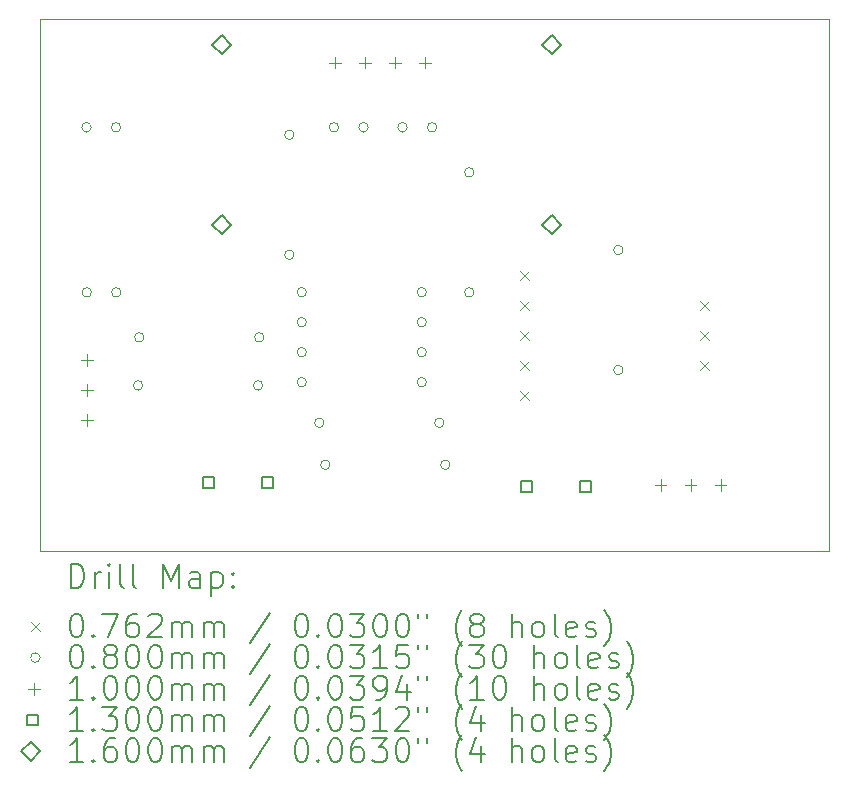
<source format=gbr>
%TF.GenerationSoftware,KiCad,Pcbnew,8.0.1*%
%TF.CreationDate,2024-09-12T20:33:38-03:00*%
%TF.ProjectId,monitor_solar_v2,6d6f6e69-746f-4725-9f73-6f6c61725f76,rev?*%
%TF.SameCoordinates,PX602d950PY4d2bdc0*%
%TF.FileFunction,Drillmap*%
%TF.FilePolarity,Positive*%
%FSLAX45Y45*%
G04 Gerber Fmt 4.5, Leading zero omitted, Abs format (unit mm)*
G04 Created by KiCad (PCBNEW 8.0.1) date 2024-09-12 20:33:38*
%MOMM*%
%LPD*%
G01*
G04 APERTURE LIST*
%ADD10C,0.050000*%
%ADD11C,0.200000*%
%ADD12C,0.100000*%
%ADD13C,0.130000*%
%ADD14C,0.160000*%
G04 APERTURE END LIST*
D10*
X-200Y4500000D02*
X6679000Y4500000D01*
X6679000Y0D01*
X-200Y0D01*
X-200Y4500000D01*
D11*
D12*
X4058400Y2366100D02*
X4134600Y2289900D01*
X4134600Y2366100D02*
X4058400Y2289900D01*
X4058400Y2112100D02*
X4134600Y2035900D01*
X4134600Y2112100D02*
X4058400Y2035900D01*
X4058400Y1858100D02*
X4134600Y1781900D01*
X4134600Y1858100D02*
X4058400Y1781900D01*
X4058400Y1604100D02*
X4134600Y1527900D01*
X4134600Y1604100D02*
X4058400Y1527900D01*
X4058400Y1350100D02*
X4134600Y1273900D01*
X4134600Y1350100D02*
X4058400Y1273900D01*
X5582400Y2112100D02*
X5658600Y2035900D01*
X5658600Y2112100D02*
X5582400Y2035900D01*
X5582400Y1858100D02*
X5658600Y1781900D01*
X5658600Y1858100D02*
X5582400Y1781900D01*
X5582400Y1604100D02*
X5658600Y1527900D01*
X5658600Y1604100D02*
X5582400Y1527900D01*
X430011Y3583500D02*
G75*
G02*
X350011Y3583500I-40000J0D01*
G01*
X350011Y3583500D02*
G75*
G02*
X430011Y3583500I40000J0D01*
G01*
X432500Y2186500D02*
G75*
G02*
X352500Y2186500I-40000J0D01*
G01*
X352500Y2186500D02*
G75*
G02*
X432500Y2186500I40000J0D01*
G01*
X680011Y3583500D02*
G75*
G02*
X600011Y3583500I-40000J0D01*
G01*
X600011Y3583500D02*
G75*
G02*
X680011Y3583500I40000J0D01*
G01*
X682500Y2186500D02*
G75*
G02*
X602500Y2186500I-40000J0D01*
G01*
X602500Y2186500D02*
G75*
G02*
X682500Y2186500I40000J0D01*
G01*
X867000Y1398000D02*
G75*
G02*
X787000Y1398000I-40000J0D01*
G01*
X787000Y1398000D02*
G75*
G02*
X867000Y1398000I40000J0D01*
G01*
X877000Y1805500D02*
G75*
G02*
X797000Y1805500I-40000J0D01*
G01*
X797000Y1805500D02*
G75*
G02*
X877000Y1805500I40000J0D01*
G01*
X1883000Y1398000D02*
G75*
G02*
X1803000Y1398000I-40000J0D01*
G01*
X1803000Y1398000D02*
G75*
G02*
X1883000Y1398000I40000J0D01*
G01*
X1893000Y1805500D02*
G75*
G02*
X1813000Y1805500I-40000J0D01*
G01*
X1813000Y1805500D02*
G75*
G02*
X1893000Y1805500I40000J0D01*
G01*
X2147000Y3520000D02*
G75*
G02*
X2067000Y3520000I-40000J0D01*
G01*
X2067000Y3520000D02*
G75*
G02*
X2147000Y3520000I40000J0D01*
G01*
X2147000Y2504000D02*
G75*
G02*
X2067000Y2504000I-40000J0D01*
G01*
X2067000Y2504000D02*
G75*
G02*
X2147000Y2504000I40000J0D01*
G01*
X2253000Y2188000D02*
G75*
G02*
X2173000Y2188000I-40000J0D01*
G01*
X2173000Y2188000D02*
G75*
G02*
X2253000Y2188000I40000J0D01*
G01*
X2253000Y1934000D02*
G75*
G02*
X2173000Y1934000I-40000J0D01*
G01*
X2173000Y1934000D02*
G75*
G02*
X2253000Y1934000I40000J0D01*
G01*
X2253000Y1680000D02*
G75*
G02*
X2173000Y1680000I-40000J0D01*
G01*
X2173000Y1680000D02*
G75*
G02*
X2253000Y1680000I40000J0D01*
G01*
X2253000Y1426000D02*
G75*
G02*
X2173000Y1426000I-40000J0D01*
G01*
X2173000Y1426000D02*
G75*
G02*
X2253000Y1426000I40000J0D01*
G01*
X2401000Y1081600D02*
G75*
G02*
X2321000Y1081600I-40000J0D01*
G01*
X2321000Y1081600D02*
G75*
G02*
X2401000Y1081600I40000J0D01*
G01*
X2451800Y726000D02*
G75*
G02*
X2371800Y726000I-40000J0D01*
G01*
X2371800Y726000D02*
G75*
G02*
X2451800Y726000I40000J0D01*
G01*
X2525511Y3583500D02*
G75*
G02*
X2445511Y3583500I-40000J0D01*
G01*
X2445511Y3583500D02*
G75*
G02*
X2525511Y3583500I40000J0D01*
G01*
X2775511Y3583500D02*
G75*
G02*
X2695511Y3583500I-40000J0D01*
G01*
X2695511Y3583500D02*
G75*
G02*
X2775511Y3583500I40000J0D01*
G01*
X3105989Y3583500D02*
G75*
G02*
X3025989Y3583500I-40000J0D01*
G01*
X3025989Y3583500D02*
G75*
G02*
X3105989Y3583500I40000J0D01*
G01*
X3269000Y2188000D02*
G75*
G02*
X3189000Y2188000I-40000J0D01*
G01*
X3189000Y2188000D02*
G75*
G02*
X3269000Y2188000I40000J0D01*
G01*
X3269000Y1934000D02*
G75*
G02*
X3189000Y1934000I-40000J0D01*
G01*
X3189000Y1934000D02*
G75*
G02*
X3269000Y1934000I40000J0D01*
G01*
X3269000Y1680000D02*
G75*
G02*
X3189000Y1680000I-40000J0D01*
G01*
X3189000Y1680000D02*
G75*
G02*
X3269000Y1680000I40000J0D01*
G01*
X3269000Y1426000D02*
G75*
G02*
X3189000Y1426000I-40000J0D01*
G01*
X3189000Y1426000D02*
G75*
G02*
X3269000Y1426000I40000J0D01*
G01*
X3355989Y3583500D02*
G75*
G02*
X3275989Y3583500I-40000J0D01*
G01*
X3275989Y3583500D02*
G75*
G02*
X3355989Y3583500I40000J0D01*
G01*
X3417000Y1081600D02*
G75*
G02*
X3337000Y1081600I-40000J0D01*
G01*
X3337000Y1081600D02*
G75*
G02*
X3417000Y1081600I40000J0D01*
G01*
X3467800Y726000D02*
G75*
G02*
X3387800Y726000I-40000J0D01*
G01*
X3387800Y726000D02*
G75*
G02*
X3467800Y726000I40000J0D01*
G01*
X3671000Y3202500D02*
G75*
G02*
X3591000Y3202500I-40000J0D01*
G01*
X3591000Y3202500D02*
G75*
G02*
X3671000Y3202500I40000J0D01*
G01*
X3671000Y2186500D02*
G75*
G02*
X3591000Y2186500I-40000J0D01*
G01*
X3591000Y2186500D02*
G75*
G02*
X3671000Y2186500I40000J0D01*
G01*
X4933500Y2545000D02*
G75*
G02*
X4853500Y2545000I-40000J0D01*
G01*
X4853500Y2545000D02*
G75*
G02*
X4933500Y2545000I40000J0D01*
G01*
X4933500Y1529000D02*
G75*
G02*
X4853500Y1529000I-40000J0D01*
G01*
X4853500Y1529000D02*
G75*
G02*
X4933500Y1529000I40000J0D01*
G01*
X392500Y1665000D02*
X392500Y1565000D01*
X342500Y1615000D02*
X442500Y1615000D01*
X392500Y1411000D02*
X392500Y1311000D01*
X342500Y1361000D02*
X442500Y1361000D01*
X392500Y1157000D02*
X392500Y1057000D01*
X342500Y1107000D02*
X442500Y1107000D01*
X2495000Y4182000D02*
X2495000Y4082000D01*
X2445000Y4132000D02*
X2545000Y4132000D01*
X2749000Y4182000D02*
X2749000Y4082000D01*
X2699000Y4132000D02*
X2799000Y4132000D01*
X3003000Y4182000D02*
X3003000Y4082000D01*
X2953000Y4132000D02*
X3053000Y4132000D01*
X3257000Y4182000D02*
X3257000Y4082000D01*
X3207000Y4132000D02*
X3307000Y4132000D01*
X5250500Y606000D02*
X5250500Y506000D01*
X5200500Y556000D02*
X5300500Y556000D01*
X5504500Y606000D02*
X5504500Y506000D01*
X5454500Y556000D02*
X5554500Y556000D01*
X5758500Y606000D02*
X5758500Y506000D01*
X5708500Y556000D02*
X5808500Y556000D01*
D13*
X1468462Y529538D02*
X1468462Y621462D01*
X1376538Y621462D01*
X1376538Y529538D01*
X1468462Y529538D01*
X1968462Y529538D02*
X1968462Y621462D01*
X1876538Y621462D01*
X1876538Y529538D01*
X1968462Y529538D01*
X4158462Y496038D02*
X4158462Y587962D01*
X4066538Y587962D01*
X4066538Y496038D01*
X4158462Y496038D01*
X4658462Y496038D02*
X4658462Y587962D01*
X4566538Y587962D01*
X4566538Y496038D01*
X4658462Y496038D01*
D14*
X1535500Y4202000D02*
X1615500Y4282000D01*
X1535500Y4362000D01*
X1455500Y4282000D01*
X1535500Y4202000D01*
X1535500Y2678000D02*
X1615500Y2758000D01*
X1535500Y2838000D01*
X1455500Y2758000D01*
X1535500Y2678000D01*
X4329500Y4202000D02*
X4409500Y4282000D01*
X4329500Y4362000D01*
X4249500Y4282000D01*
X4329500Y4202000D01*
X4329500Y2678000D02*
X4409500Y2758000D01*
X4329500Y2838000D01*
X4249500Y2758000D01*
X4329500Y2678000D01*
D11*
X258077Y-313984D02*
X258077Y-113984D01*
X258077Y-113984D02*
X305696Y-113984D01*
X305696Y-113984D02*
X334267Y-123508D01*
X334267Y-123508D02*
X353315Y-142555D01*
X353315Y-142555D02*
X362839Y-161603D01*
X362839Y-161603D02*
X372362Y-199698D01*
X372362Y-199698D02*
X372362Y-228269D01*
X372362Y-228269D02*
X362839Y-266365D01*
X362839Y-266365D02*
X353315Y-285412D01*
X353315Y-285412D02*
X334267Y-304460D01*
X334267Y-304460D02*
X305696Y-313984D01*
X305696Y-313984D02*
X258077Y-313984D01*
X458077Y-313984D02*
X458077Y-180650D01*
X458077Y-218746D02*
X467601Y-199698D01*
X467601Y-199698D02*
X477124Y-190174D01*
X477124Y-190174D02*
X496172Y-180650D01*
X496172Y-180650D02*
X515220Y-180650D01*
X581886Y-313984D02*
X581886Y-180650D01*
X581886Y-113984D02*
X572363Y-123508D01*
X572363Y-123508D02*
X581886Y-133031D01*
X581886Y-133031D02*
X591410Y-123508D01*
X591410Y-123508D02*
X581886Y-113984D01*
X581886Y-113984D02*
X581886Y-133031D01*
X705696Y-313984D02*
X686648Y-304460D01*
X686648Y-304460D02*
X677124Y-285412D01*
X677124Y-285412D02*
X677124Y-113984D01*
X810458Y-313984D02*
X791410Y-304460D01*
X791410Y-304460D02*
X781886Y-285412D01*
X781886Y-285412D02*
X781886Y-113984D01*
X1039029Y-313984D02*
X1039029Y-113984D01*
X1039029Y-113984D02*
X1105696Y-256841D01*
X1105696Y-256841D02*
X1172363Y-113984D01*
X1172363Y-113984D02*
X1172363Y-313984D01*
X1353315Y-313984D02*
X1353315Y-209222D01*
X1353315Y-209222D02*
X1343791Y-190174D01*
X1343791Y-190174D02*
X1324744Y-180650D01*
X1324744Y-180650D02*
X1286648Y-180650D01*
X1286648Y-180650D02*
X1267601Y-190174D01*
X1353315Y-304460D02*
X1334267Y-313984D01*
X1334267Y-313984D02*
X1286648Y-313984D01*
X1286648Y-313984D02*
X1267601Y-304460D01*
X1267601Y-304460D02*
X1258077Y-285412D01*
X1258077Y-285412D02*
X1258077Y-266365D01*
X1258077Y-266365D02*
X1267601Y-247317D01*
X1267601Y-247317D02*
X1286648Y-237793D01*
X1286648Y-237793D02*
X1334267Y-237793D01*
X1334267Y-237793D02*
X1353315Y-228269D01*
X1448553Y-180650D02*
X1448553Y-380650D01*
X1448553Y-190174D02*
X1467601Y-180650D01*
X1467601Y-180650D02*
X1505696Y-180650D01*
X1505696Y-180650D02*
X1524743Y-190174D01*
X1524743Y-190174D02*
X1534267Y-199698D01*
X1534267Y-199698D02*
X1543791Y-218746D01*
X1543791Y-218746D02*
X1543791Y-275889D01*
X1543791Y-275889D02*
X1534267Y-294936D01*
X1534267Y-294936D02*
X1524743Y-304460D01*
X1524743Y-304460D02*
X1505696Y-313984D01*
X1505696Y-313984D02*
X1467601Y-313984D01*
X1467601Y-313984D02*
X1448553Y-304460D01*
X1629505Y-294936D02*
X1639029Y-304460D01*
X1639029Y-304460D02*
X1629505Y-313984D01*
X1629505Y-313984D02*
X1619982Y-304460D01*
X1619982Y-304460D02*
X1629505Y-294936D01*
X1629505Y-294936D02*
X1629505Y-313984D01*
X1629505Y-190174D02*
X1639029Y-199698D01*
X1639029Y-199698D02*
X1629505Y-209222D01*
X1629505Y-209222D02*
X1619982Y-199698D01*
X1619982Y-199698D02*
X1629505Y-190174D01*
X1629505Y-190174D02*
X1629505Y-209222D01*
D12*
X-78900Y-604400D02*
X-2700Y-680600D01*
X-2700Y-604400D02*
X-78900Y-680600D01*
D11*
X296172Y-533984D02*
X315220Y-533984D01*
X315220Y-533984D02*
X334267Y-543508D01*
X334267Y-543508D02*
X343791Y-553031D01*
X343791Y-553031D02*
X353315Y-572079D01*
X353315Y-572079D02*
X362839Y-610174D01*
X362839Y-610174D02*
X362839Y-657793D01*
X362839Y-657793D02*
X353315Y-695889D01*
X353315Y-695889D02*
X343791Y-714936D01*
X343791Y-714936D02*
X334267Y-724460D01*
X334267Y-724460D02*
X315220Y-733984D01*
X315220Y-733984D02*
X296172Y-733984D01*
X296172Y-733984D02*
X277124Y-724460D01*
X277124Y-724460D02*
X267601Y-714936D01*
X267601Y-714936D02*
X258077Y-695889D01*
X258077Y-695889D02*
X248553Y-657793D01*
X248553Y-657793D02*
X248553Y-610174D01*
X248553Y-610174D02*
X258077Y-572079D01*
X258077Y-572079D02*
X267601Y-553031D01*
X267601Y-553031D02*
X277124Y-543508D01*
X277124Y-543508D02*
X296172Y-533984D01*
X448553Y-714936D02*
X458077Y-724460D01*
X458077Y-724460D02*
X448553Y-733984D01*
X448553Y-733984D02*
X439029Y-724460D01*
X439029Y-724460D02*
X448553Y-714936D01*
X448553Y-714936D02*
X448553Y-733984D01*
X524744Y-533984D02*
X658077Y-533984D01*
X658077Y-533984D02*
X572363Y-733984D01*
X819982Y-533984D02*
X781886Y-533984D01*
X781886Y-533984D02*
X762839Y-543508D01*
X762839Y-543508D02*
X753315Y-553031D01*
X753315Y-553031D02*
X734267Y-581603D01*
X734267Y-581603D02*
X724743Y-619698D01*
X724743Y-619698D02*
X724743Y-695889D01*
X724743Y-695889D02*
X734267Y-714936D01*
X734267Y-714936D02*
X743791Y-724460D01*
X743791Y-724460D02*
X762839Y-733984D01*
X762839Y-733984D02*
X800934Y-733984D01*
X800934Y-733984D02*
X819982Y-724460D01*
X819982Y-724460D02*
X829505Y-714936D01*
X829505Y-714936D02*
X839029Y-695889D01*
X839029Y-695889D02*
X839029Y-648270D01*
X839029Y-648270D02*
X829505Y-629222D01*
X829505Y-629222D02*
X819982Y-619698D01*
X819982Y-619698D02*
X800934Y-610174D01*
X800934Y-610174D02*
X762839Y-610174D01*
X762839Y-610174D02*
X743791Y-619698D01*
X743791Y-619698D02*
X734267Y-629222D01*
X734267Y-629222D02*
X724743Y-648270D01*
X915220Y-553031D02*
X924743Y-543508D01*
X924743Y-543508D02*
X943791Y-533984D01*
X943791Y-533984D02*
X991410Y-533984D01*
X991410Y-533984D02*
X1010458Y-543508D01*
X1010458Y-543508D02*
X1019982Y-553031D01*
X1019982Y-553031D02*
X1029505Y-572079D01*
X1029505Y-572079D02*
X1029505Y-591127D01*
X1029505Y-591127D02*
X1019982Y-619698D01*
X1019982Y-619698D02*
X905696Y-733984D01*
X905696Y-733984D02*
X1029505Y-733984D01*
X1115220Y-733984D02*
X1115220Y-600650D01*
X1115220Y-619698D02*
X1124744Y-610174D01*
X1124744Y-610174D02*
X1143791Y-600650D01*
X1143791Y-600650D02*
X1172363Y-600650D01*
X1172363Y-600650D02*
X1191410Y-610174D01*
X1191410Y-610174D02*
X1200934Y-629222D01*
X1200934Y-629222D02*
X1200934Y-733984D01*
X1200934Y-629222D02*
X1210458Y-610174D01*
X1210458Y-610174D02*
X1229505Y-600650D01*
X1229505Y-600650D02*
X1258077Y-600650D01*
X1258077Y-600650D02*
X1277125Y-610174D01*
X1277125Y-610174D02*
X1286648Y-629222D01*
X1286648Y-629222D02*
X1286648Y-733984D01*
X1381886Y-733984D02*
X1381886Y-600650D01*
X1381886Y-619698D02*
X1391410Y-610174D01*
X1391410Y-610174D02*
X1410458Y-600650D01*
X1410458Y-600650D02*
X1439029Y-600650D01*
X1439029Y-600650D02*
X1458077Y-610174D01*
X1458077Y-610174D02*
X1467601Y-629222D01*
X1467601Y-629222D02*
X1467601Y-733984D01*
X1467601Y-629222D02*
X1477124Y-610174D01*
X1477124Y-610174D02*
X1496172Y-600650D01*
X1496172Y-600650D02*
X1524743Y-600650D01*
X1524743Y-600650D02*
X1543791Y-610174D01*
X1543791Y-610174D02*
X1553315Y-629222D01*
X1553315Y-629222D02*
X1553315Y-733984D01*
X1943791Y-524460D02*
X1772363Y-781603D01*
X2200934Y-533984D02*
X2219982Y-533984D01*
X2219982Y-533984D02*
X2239029Y-543508D01*
X2239029Y-543508D02*
X2248553Y-553031D01*
X2248553Y-553031D02*
X2258077Y-572079D01*
X2258077Y-572079D02*
X2267601Y-610174D01*
X2267601Y-610174D02*
X2267601Y-657793D01*
X2267601Y-657793D02*
X2258077Y-695889D01*
X2258077Y-695889D02*
X2248553Y-714936D01*
X2248553Y-714936D02*
X2239029Y-724460D01*
X2239029Y-724460D02*
X2219982Y-733984D01*
X2219982Y-733984D02*
X2200934Y-733984D01*
X2200934Y-733984D02*
X2181887Y-724460D01*
X2181887Y-724460D02*
X2172363Y-714936D01*
X2172363Y-714936D02*
X2162839Y-695889D01*
X2162839Y-695889D02*
X2153315Y-657793D01*
X2153315Y-657793D02*
X2153315Y-610174D01*
X2153315Y-610174D02*
X2162839Y-572079D01*
X2162839Y-572079D02*
X2172363Y-553031D01*
X2172363Y-553031D02*
X2181887Y-543508D01*
X2181887Y-543508D02*
X2200934Y-533984D01*
X2353315Y-714936D02*
X2362839Y-724460D01*
X2362839Y-724460D02*
X2353315Y-733984D01*
X2353315Y-733984D02*
X2343791Y-724460D01*
X2343791Y-724460D02*
X2353315Y-714936D01*
X2353315Y-714936D02*
X2353315Y-733984D01*
X2486648Y-533984D02*
X2505696Y-533984D01*
X2505696Y-533984D02*
X2524744Y-543508D01*
X2524744Y-543508D02*
X2534268Y-553031D01*
X2534268Y-553031D02*
X2543791Y-572079D01*
X2543791Y-572079D02*
X2553315Y-610174D01*
X2553315Y-610174D02*
X2553315Y-657793D01*
X2553315Y-657793D02*
X2543791Y-695889D01*
X2543791Y-695889D02*
X2534268Y-714936D01*
X2534268Y-714936D02*
X2524744Y-724460D01*
X2524744Y-724460D02*
X2505696Y-733984D01*
X2505696Y-733984D02*
X2486648Y-733984D01*
X2486648Y-733984D02*
X2467601Y-724460D01*
X2467601Y-724460D02*
X2458077Y-714936D01*
X2458077Y-714936D02*
X2448553Y-695889D01*
X2448553Y-695889D02*
X2439029Y-657793D01*
X2439029Y-657793D02*
X2439029Y-610174D01*
X2439029Y-610174D02*
X2448553Y-572079D01*
X2448553Y-572079D02*
X2458077Y-553031D01*
X2458077Y-553031D02*
X2467601Y-543508D01*
X2467601Y-543508D02*
X2486648Y-533984D01*
X2619982Y-533984D02*
X2743791Y-533984D01*
X2743791Y-533984D02*
X2677125Y-610174D01*
X2677125Y-610174D02*
X2705696Y-610174D01*
X2705696Y-610174D02*
X2724744Y-619698D01*
X2724744Y-619698D02*
X2734268Y-629222D01*
X2734268Y-629222D02*
X2743791Y-648270D01*
X2743791Y-648270D02*
X2743791Y-695889D01*
X2743791Y-695889D02*
X2734268Y-714936D01*
X2734268Y-714936D02*
X2724744Y-724460D01*
X2724744Y-724460D02*
X2705696Y-733984D01*
X2705696Y-733984D02*
X2648553Y-733984D01*
X2648553Y-733984D02*
X2629506Y-724460D01*
X2629506Y-724460D02*
X2619982Y-714936D01*
X2867601Y-533984D02*
X2886648Y-533984D01*
X2886648Y-533984D02*
X2905696Y-543508D01*
X2905696Y-543508D02*
X2915220Y-553031D01*
X2915220Y-553031D02*
X2924744Y-572079D01*
X2924744Y-572079D02*
X2934267Y-610174D01*
X2934267Y-610174D02*
X2934267Y-657793D01*
X2934267Y-657793D02*
X2924744Y-695889D01*
X2924744Y-695889D02*
X2915220Y-714936D01*
X2915220Y-714936D02*
X2905696Y-724460D01*
X2905696Y-724460D02*
X2886648Y-733984D01*
X2886648Y-733984D02*
X2867601Y-733984D01*
X2867601Y-733984D02*
X2848553Y-724460D01*
X2848553Y-724460D02*
X2839029Y-714936D01*
X2839029Y-714936D02*
X2829506Y-695889D01*
X2829506Y-695889D02*
X2819982Y-657793D01*
X2819982Y-657793D02*
X2819982Y-610174D01*
X2819982Y-610174D02*
X2829506Y-572079D01*
X2829506Y-572079D02*
X2839029Y-553031D01*
X2839029Y-553031D02*
X2848553Y-543508D01*
X2848553Y-543508D02*
X2867601Y-533984D01*
X3058077Y-533984D02*
X3077125Y-533984D01*
X3077125Y-533984D02*
X3096172Y-543508D01*
X3096172Y-543508D02*
X3105696Y-553031D01*
X3105696Y-553031D02*
X3115220Y-572079D01*
X3115220Y-572079D02*
X3124744Y-610174D01*
X3124744Y-610174D02*
X3124744Y-657793D01*
X3124744Y-657793D02*
X3115220Y-695889D01*
X3115220Y-695889D02*
X3105696Y-714936D01*
X3105696Y-714936D02*
X3096172Y-724460D01*
X3096172Y-724460D02*
X3077125Y-733984D01*
X3077125Y-733984D02*
X3058077Y-733984D01*
X3058077Y-733984D02*
X3039029Y-724460D01*
X3039029Y-724460D02*
X3029506Y-714936D01*
X3029506Y-714936D02*
X3019982Y-695889D01*
X3019982Y-695889D02*
X3010458Y-657793D01*
X3010458Y-657793D02*
X3010458Y-610174D01*
X3010458Y-610174D02*
X3019982Y-572079D01*
X3019982Y-572079D02*
X3029506Y-553031D01*
X3029506Y-553031D02*
X3039029Y-543508D01*
X3039029Y-543508D02*
X3058077Y-533984D01*
X3200934Y-533984D02*
X3200934Y-572079D01*
X3277125Y-533984D02*
X3277125Y-572079D01*
X3572363Y-810174D02*
X3562839Y-800650D01*
X3562839Y-800650D02*
X3543791Y-772079D01*
X3543791Y-772079D02*
X3534268Y-753031D01*
X3534268Y-753031D02*
X3524744Y-724460D01*
X3524744Y-724460D02*
X3515220Y-676841D01*
X3515220Y-676841D02*
X3515220Y-638746D01*
X3515220Y-638746D02*
X3524744Y-591127D01*
X3524744Y-591127D02*
X3534268Y-562555D01*
X3534268Y-562555D02*
X3543791Y-543508D01*
X3543791Y-543508D02*
X3562839Y-514936D01*
X3562839Y-514936D02*
X3572363Y-505412D01*
X3677125Y-619698D02*
X3658077Y-610174D01*
X3658077Y-610174D02*
X3648553Y-600650D01*
X3648553Y-600650D02*
X3639029Y-581603D01*
X3639029Y-581603D02*
X3639029Y-572079D01*
X3639029Y-572079D02*
X3648553Y-553031D01*
X3648553Y-553031D02*
X3658077Y-543508D01*
X3658077Y-543508D02*
X3677125Y-533984D01*
X3677125Y-533984D02*
X3715220Y-533984D01*
X3715220Y-533984D02*
X3734268Y-543508D01*
X3734268Y-543508D02*
X3743791Y-553031D01*
X3743791Y-553031D02*
X3753315Y-572079D01*
X3753315Y-572079D02*
X3753315Y-581603D01*
X3753315Y-581603D02*
X3743791Y-600650D01*
X3743791Y-600650D02*
X3734268Y-610174D01*
X3734268Y-610174D02*
X3715220Y-619698D01*
X3715220Y-619698D02*
X3677125Y-619698D01*
X3677125Y-619698D02*
X3658077Y-629222D01*
X3658077Y-629222D02*
X3648553Y-638746D01*
X3648553Y-638746D02*
X3639029Y-657793D01*
X3639029Y-657793D02*
X3639029Y-695889D01*
X3639029Y-695889D02*
X3648553Y-714936D01*
X3648553Y-714936D02*
X3658077Y-724460D01*
X3658077Y-724460D02*
X3677125Y-733984D01*
X3677125Y-733984D02*
X3715220Y-733984D01*
X3715220Y-733984D02*
X3734268Y-724460D01*
X3734268Y-724460D02*
X3743791Y-714936D01*
X3743791Y-714936D02*
X3753315Y-695889D01*
X3753315Y-695889D02*
X3753315Y-657793D01*
X3753315Y-657793D02*
X3743791Y-638746D01*
X3743791Y-638746D02*
X3734268Y-629222D01*
X3734268Y-629222D02*
X3715220Y-619698D01*
X3991410Y-733984D02*
X3991410Y-533984D01*
X4077125Y-733984D02*
X4077125Y-629222D01*
X4077125Y-629222D02*
X4067601Y-610174D01*
X4067601Y-610174D02*
X4048553Y-600650D01*
X4048553Y-600650D02*
X4019982Y-600650D01*
X4019982Y-600650D02*
X4000934Y-610174D01*
X4000934Y-610174D02*
X3991410Y-619698D01*
X4200934Y-733984D02*
X4181887Y-724460D01*
X4181887Y-724460D02*
X4172363Y-714936D01*
X4172363Y-714936D02*
X4162839Y-695889D01*
X4162839Y-695889D02*
X4162839Y-638746D01*
X4162839Y-638746D02*
X4172363Y-619698D01*
X4172363Y-619698D02*
X4181887Y-610174D01*
X4181887Y-610174D02*
X4200934Y-600650D01*
X4200934Y-600650D02*
X4229506Y-600650D01*
X4229506Y-600650D02*
X4248553Y-610174D01*
X4248553Y-610174D02*
X4258077Y-619698D01*
X4258077Y-619698D02*
X4267601Y-638746D01*
X4267601Y-638746D02*
X4267601Y-695889D01*
X4267601Y-695889D02*
X4258077Y-714936D01*
X4258077Y-714936D02*
X4248553Y-724460D01*
X4248553Y-724460D02*
X4229506Y-733984D01*
X4229506Y-733984D02*
X4200934Y-733984D01*
X4381887Y-733984D02*
X4362839Y-724460D01*
X4362839Y-724460D02*
X4353315Y-705412D01*
X4353315Y-705412D02*
X4353315Y-533984D01*
X4534268Y-724460D02*
X4515220Y-733984D01*
X4515220Y-733984D02*
X4477125Y-733984D01*
X4477125Y-733984D02*
X4458077Y-724460D01*
X4458077Y-724460D02*
X4448553Y-705412D01*
X4448553Y-705412D02*
X4448553Y-629222D01*
X4448553Y-629222D02*
X4458077Y-610174D01*
X4458077Y-610174D02*
X4477125Y-600650D01*
X4477125Y-600650D02*
X4515220Y-600650D01*
X4515220Y-600650D02*
X4534268Y-610174D01*
X4534268Y-610174D02*
X4543792Y-629222D01*
X4543792Y-629222D02*
X4543792Y-648270D01*
X4543792Y-648270D02*
X4448553Y-667317D01*
X4619982Y-724460D02*
X4639030Y-733984D01*
X4639030Y-733984D02*
X4677125Y-733984D01*
X4677125Y-733984D02*
X4696173Y-724460D01*
X4696173Y-724460D02*
X4705696Y-705412D01*
X4705696Y-705412D02*
X4705696Y-695889D01*
X4705696Y-695889D02*
X4696173Y-676841D01*
X4696173Y-676841D02*
X4677125Y-667317D01*
X4677125Y-667317D02*
X4648553Y-667317D01*
X4648553Y-667317D02*
X4629506Y-657793D01*
X4629506Y-657793D02*
X4619982Y-638746D01*
X4619982Y-638746D02*
X4619982Y-629222D01*
X4619982Y-629222D02*
X4629506Y-610174D01*
X4629506Y-610174D02*
X4648553Y-600650D01*
X4648553Y-600650D02*
X4677125Y-600650D01*
X4677125Y-600650D02*
X4696173Y-610174D01*
X4772363Y-810174D02*
X4781887Y-800650D01*
X4781887Y-800650D02*
X4800934Y-772079D01*
X4800934Y-772079D02*
X4810458Y-753031D01*
X4810458Y-753031D02*
X4819982Y-724460D01*
X4819982Y-724460D02*
X4829506Y-676841D01*
X4829506Y-676841D02*
X4829506Y-638746D01*
X4829506Y-638746D02*
X4819982Y-591127D01*
X4819982Y-591127D02*
X4810458Y-562555D01*
X4810458Y-562555D02*
X4800934Y-543508D01*
X4800934Y-543508D02*
X4781887Y-514936D01*
X4781887Y-514936D02*
X4772363Y-505412D01*
D12*
X-2700Y-906500D02*
G75*
G02*
X-82700Y-906500I-40000J0D01*
G01*
X-82700Y-906500D02*
G75*
G02*
X-2700Y-906500I40000J0D01*
G01*
D11*
X296172Y-797984D02*
X315220Y-797984D01*
X315220Y-797984D02*
X334267Y-807508D01*
X334267Y-807508D02*
X343791Y-817031D01*
X343791Y-817031D02*
X353315Y-836079D01*
X353315Y-836079D02*
X362839Y-874174D01*
X362839Y-874174D02*
X362839Y-921793D01*
X362839Y-921793D02*
X353315Y-959888D01*
X353315Y-959888D02*
X343791Y-978936D01*
X343791Y-978936D02*
X334267Y-988460D01*
X334267Y-988460D02*
X315220Y-997984D01*
X315220Y-997984D02*
X296172Y-997984D01*
X296172Y-997984D02*
X277124Y-988460D01*
X277124Y-988460D02*
X267601Y-978936D01*
X267601Y-978936D02*
X258077Y-959888D01*
X258077Y-959888D02*
X248553Y-921793D01*
X248553Y-921793D02*
X248553Y-874174D01*
X248553Y-874174D02*
X258077Y-836079D01*
X258077Y-836079D02*
X267601Y-817031D01*
X267601Y-817031D02*
X277124Y-807508D01*
X277124Y-807508D02*
X296172Y-797984D01*
X448553Y-978936D02*
X458077Y-988460D01*
X458077Y-988460D02*
X448553Y-997984D01*
X448553Y-997984D02*
X439029Y-988460D01*
X439029Y-988460D02*
X448553Y-978936D01*
X448553Y-978936D02*
X448553Y-997984D01*
X572363Y-883698D02*
X553315Y-874174D01*
X553315Y-874174D02*
X543791Y-864650D01*
X543791Y-864650D02*
X534267Y-845603D01*
X534267Y-845603D02*
X534267Y-836079D01*
X534267Y-836079D02*
X543791Y-817031D01*
X543791Y-817031D02*
X553315Y-807508D01*
X553315Y-807508D02*
X572363Y-797984D01*
X572363Y-797984D02*
X610458Y-797984D01*
X610458Y-797984D02*
X629505Y-807508D01*
X629505Y-807508D02*
X639029Y-817031D01*
X639029Y-817031D02*
X648553Y-836079D01*
X648553Y-836079D02*
X648553Y-845603D01*
X648553Y-845603D02*
X639029Y-864650D01*
X639029Y-864650D02*
X629505Y-874174D01*
X629505Y-874174D02*
X610458Y-883698D01*
X610458Y-883698D02*
X572363Y-883698D01*
X572363Y-883698D02*
X553315Y-893222D01*
X553315Y-893222D02*
X543791Y-902746D01*
X543791Y-902746D02*
X534267Y-921793D01*
X534267Y-921793D02*
X534267Y-959888D01*
X534267Y-959888D02*
X543791Y-978936D01*
X543791Y-978936D02*
X553315Y-988460D01*
X553315Y-988460D02*
X572363Y-997984D01*
X572363Y-997984D02*
X610458Y-997984D01*
X610458Y-997984D02*
X629505Y-988460D01*
X629505Y-988460D02*
X639029Y-978936D01*
X639029Y-978936D02*
X648553Y-959888D01*
X648553Y-959888D02*
X648553Y-921793D01*
X648553Y-921793D02*
X639029Y-902746D01*
X639029Y-902746D02*
X629505Y-893222D01*
X629505Y-893222D02*
X610458Y-883698D01*
X772362Y-797984D02*
X791410Y-797984D01*
X791410Y-797984D02*
X810458Y-807508D01*
X810458Y-807508D02*
X819982Y-817031D01*
X819982Y-817031D02*
X829505Y-836079D01*
X829505Y-836079D02*
X839029Y-874174D01*
X839029Y-874174D02*
X839029Y-921793D01*
X839029Y-921793D02*
X829505Y-959888D01*
X829505Y-959888D02*
X819982Y-978936D01*
X819982Y-978936D02*
X810458Y-988460D01*
X810458Y-988460D02*
X791410Y-997984D01*
X791410Y-997984D02*
X772362Y-997984D01*
X772362Y-997984D02*
X753315Y-988460D01*
X753315Y-988460D02*
X743791Y-978936D01*
X743791Y-978936D02*
X734267Y-959888D01*
X734267Y-959888D02*
X724743Y-921793D01*
X724743Y-921793D02*
X724743Y-874174D01*
X724743Y-874174D02*
X734267Y-836079D01*
X734267Y-836079D02*
X743791Y-817031D01*
X743791Y-817031D02*
X753315Y-807508D01*
X753315Y-807508D02*
X772362Y-797984D01*
X962839Y-797984D02*
X981886Y-797984D01*
X981886Y-797984D02*
X1000934Y-807508D01*
X1000934Y-807508D02*
X1010458Y-817031D01*
X1010458Y-817031D02*
X1019982Y-836079D01*
X1019982Y-836079D02*
X1029505Y-874174D01*
X1029505Y-874174D02*
X1029505Y-921793D01*
X1029505Y-921793D02*
X1019982Y-959888D01*
X1019982Y-959888D02*
X1010458Y-978936D01*
X1010458Y-978936D02*
X1000934Y-988460D01*
X1000934Y-988460D02*
X981886Y-997984D01*
X981886Y-997984D02*
X962839Y-997984D01*
X962839Y-997984D02*
X943791Y-988460D01*
X943791Y-988460D02*
X934267Y-978936D01*
X934267Y-978936D02*
X924743Y-959888D01*
X924743Y-959888D02*
X915220Y-921793D01*
X915220Y-921793D02*
X915220Y-874174D01*
X915220Y-874174D02*
X924743Y-836079D01*
X924743Y-836079D02*
X934267Y-817031D01*
X934267Y-817031D02*
X943791Y-807508D01*
X943791Y-807508D02*
X962839Y-797984D01*
X1115220Y-997984D02*
X1115220Y-864650D01*
X1115220Y-883698D02*
X1124744Y-874174D01*
X1124744Y-874174D02*
X1143791Y-864650D01*
X1143791Y-864650D02*
X1172363Y-864650D01*
X1172363Y-864650D02*
X1191410Y-874174D01*
X1191410Y-874174D02*
X1200934Y-893222D01*
X1200934Y-893222D02*
X1200934Y-997984D01*
X1200934Y-893222D02*
X1210458Y-874174D01*
X1210458Y-874174D02*
X1229505Y-864650D01*
X1229505Y-864650D02*
X1258077Y-864650D01*
X1258077Y-864650D02*
X1277125Y-874174D01*
X1277125Y-874174D02*
X1286648Y-893222D01*
X1286648Y-893222D02*
X1286648Y-997984D01*
X1381886Y-997984D02*
X1381886Y-864650D01*
X1381886Y-883698D02*
X1391410Y-874174D01*
X1391410Y-874174D02*
X1410458Y-864650D01*
X1410458Y-864650D02*
X1439029Y-864650D01*
X1439029Y-864650D02*
X1458077Y-874174D01*
X1458077Y-874174D02*
X1467601Y-893222D01*
X1467601Y-893222D02*
X1467601Y-997984D01*
X1467601Y-893222D02*
X1477124Y-874174D01*
X1477124Y-874174D02*
X1496172Y-864650D01*
X1496172Y-864650D02*
X1524743Y-864650D01*
X1524743Y-864650D02*
X1543791Y-874174D01*
X1543791Y-874174D02*
X1553315Y-893222D01*
X1553315Y-893222D02*
X1553315Y-997984D01*
X1943791Y-788460D02*
X1772363Y-1045603D01*
X2200934Y-797984D02*
X2219982Y-797984D01*
X2219982Y-797984D02*
X2239029Y-807508D01*
X2239029Y-807508D02*
X2248553Y-817031D01*
X2248553Y-817031D02*
X2258077Y-836079D01*
X2258077Y-836079D02*
X2267601Y-874174D01*
X2267601Y-874174D02*
X2267601Y-921793D01*
X2267601Y-921793D02*
X2258077Y-959888D01*
X2258077Y-959888D02*
X2248553Y-978936D01*
X2248553Y-978936D02*
X2239029Y-988460D01*
X2239029Y-988460D02*
X2219982Y-997984D01*
X2219982Y-997984D02*
X2200934Y-997984D01*
X2200934Y-997984D02*
X2181887Y-988460D01*
X2181887Y-988460D02*
X2172363Y-978936D01*
X2172363Y-978936D02*
X2162839Y-959888D01*
X2162839Y-959888D02*
X2153315Y-921793D01*
X2153315Y-921793D02*
X2153315Y-874174D01*
X2153315Y-874174D02*
X2162839Y-836079D01*
X2162839Y-836079D02*
X2172363Y-817031D01*
X2172363Y-817031D02*
X2181887Y-807508D01*
X2181887Y-807508D02*
X2200934Y-797984D01*
X2353315Y-978936D02*
X2362839Y-988460D01*
X2362839Y-988460D02*
X2353315Y-997984D01*
X2353315Y-997984D02*
X2343791Y-988460D01*
X2343791Y-988460D02*
X2353315Y-978936D01*
X2353315Y-978936D02*
X2353315Y-997984D01*
X2486648Y-797984D02*
X2505696Y-797984D01*
X2505696Y-797984D02*
X2524744Y-807508D01*
X2524744Y-807508D02*
X2534268Y-817031D01*
X2534268Y-817031D02*
X2543791Y-836079D01*
X2543791Y-836079D02*
X2553315Y-874174D01*
X2553315Y-874174D02*
X2553315Y-921793D01*
X2553315Y-921793D02*
X2543791Y-959888D01*
X2543791Y-959888D02*
X2534268Y-978936D01*
X2534268Y-978936D02*
X2524744Y-988460D01*
X2524744Y-988460D02*
X2505696Y-997984D01*
X2505696Y-997984D02*
X2486648Y-997984D01*
X2486648Y-997984D02*
X2467601Y-988460D01*
X2467601Y-988460D02*
X2458077Y-978936D01*
X2458077Y-978936D02*
X2448553Y-959888D01*
X2448553Y-959888D02*
X2439029Y-921793D01*
X2439029Y-921793D02*
X2439029Y-874174D01*
X2439029Y-874174D02*
X2448553Y-836079D01*
X2448553Y-836079D02*
X2458077Y-817031D01*
X2458077Y-817031D02*
X2467601Y-807508D01*
X2467601Y-807508D02*
X2486648Y-797984D01*
X2619982Y-797984D02*
X2743791Y-797984D01*
X2743791Y-797984D02*
X2677125Y-874174D01*
X2677125Y-874174D02*
X2705696Y-874174D01*
X2705696Y-874174D02*
X2724744Y-883698D01*
X2724744Y-883698D02*
X2734268Y-893222D01*
X2734268Y-893222D02*
X2743791Y-912269D01*
X2743791Y-912269D02*
X2743791Y-959888D01*
X2743791Y-959888D02*
X2734268Y-978936D01*
X2734268Y-978936D02*
X2724744Y-988460D01*
X2724744Y-988460D02*
X2705696Y-997984D01*
X2705696Y-997984D02*
X2648553Y-997984D01*
X2648553Y-997984D02*
X2629506Y-988460D01*
X2629506Y-988460D02*
X2619982Y-978936D01*
X2934267Y-997984D02*
X2819982Y-997984D01*
X2877125Y-997984D02*
X2877125Y-797984D01*
X2877125Y-797984D02*
X2858077Y-826555D01*
X2858077Y-826555D02*
X2839029Y-845603D01*
X2839029Y-845603D02*
X2819982Y-855127D01*
X3115220Y-797984D02*
X3019982Y-797984D01*
X3019982Y-797984D02*
X3010458Y-893222D01*
X3010458Y-893222D02*
X3019982Y-883698D01*
X3019982Y-883698D02*
X3039029Y-874174D01*
X3039029Y-874174D02*
X3086648Y-874174D01*
X3086648Y-874174D02*
X3105696Y-883698D01*
X3105696Y-883698D02*
X3115220Y-893222D01*
X3115220Y-893222D02*
X3124744Y-912269D01*
X3124744Y-912269D02*
X3124744Y-959888D01*
X3124744Y-959888D02*
X3115220Y-978936D01*
X3115220Y-978936D02*
X3105696Y-988460D01*
X3105696Y-988460D02*
X3086648Y-997984D01*
X3086648Y-997984D02*
X3039029Y-997984D01*
X3039029Y-997984D02*
X3019982Y-988460D01*
X3019982Y-988460D02*
X3010458Y-978936D01*
X3200934Y-797984D02*
X3200934Y-836079D01*
X3277125Y-797984D02*
X3277125Y-836079D01*
X3572363Y-1074174D02*
X3562839Y-1064650D01*
X3562839Y-1064650D02*
X3543791Y-1036079D01*
X3543791Y-1036079D02*
X3534268Y-1017031D01*
X3534268Y-1017031D02*
X3524744Y-988460D01*
X3524744Y-988460D02*
X3515220Y-940841D01*
X3515220Y-940841D02*
X3515220Y-902746D01*
X3515220Y-902746D02*
X3524744Y-855127D01*
X3524744Y-855127D02*
X3534268Y-826555D01*
X3534268Y-826555D02*
X3543791Y-807508D01*
X3543791Y-807508D02*
X3562839Y-778936D01*
X3562839Y-778936D02*
X3572363Y-769412D01*
X3629506Y-797984D02*
X3753315Y-797984D01*
X3753315Y-797984D02*
X3686648Y-874174D01*
X3686648Y-874174D02*
X3715220Y-874174D01*
X3715220Y-874174D02*
X3734268Y-883698D01*
X3734268Y-883698D02*
X3743791Y-893222D01*
X3743791Y-893222D02*
X3753315Y-912269D01*
X3753315Y-912269D02*
X3753315Y-959888D01*
X3753315Y-959888D02*
X3743791Y-978936D01*
X3743791Y-978936D02*
X3734268Y-988460D01*
X3734268Y-988460D02*
X3715220Y-997984D01*
X3715220Y-997984D02*
X3658077Y-997984D01*
X3658077Y-997984D02*
X3639029Y-988460D01*
X3639029Y-988460D02*
X3629506Y-978936D01*
X3877125Y-797984D02*
X3896172Y-797984D01*
X3896172Y-797984D02*
X3915220Y-807508D01*
X3915220Y-807508D02*
X3924744Y-817031D01*
X3924744Y-817031D02*
X3934268Y-836079D01*
X3934268Y-836079D02*
X3943791Y-874174D01*
X3943791Y-874174D02*
X3943791Y-921793D01*
X3943791Y-921793D02*
X3934268Y-959888D01*
X3934268Y-959888D02*
X3924744Y-978936D01*
X3924744Y-978936D02*
X3915220Y-988460D01*
X3915220Y-988460D02*
X3896172Y-997984D01*
X3896172Y-997984D02*
X3877125Y-997984D01*
X3877125Y-997984D02*
X3858077Y-988460D01*
X3858077Y-988460D02*
X3848553Y-978936D01*
X3848553Y-978936D02*
X3839029Y-959888D01*
X3839029Y-959888D02*
X3829506Y-921793D01*
X3829506Y-921793D02*
X3829506Y-874174D01*
X3829506Y-874174D02*
X3839029Y-836079D01*
X3839029Y-836079D02*
X3848553Y-817031D01*
X3848553Y-817031D02*
X3858077Y-807508D01*
X3858077Y-807508D02*
X3877125Y-797984D01*
X4181887Y-997984D02*
X4181887Y-797984D01*
X4267601Y-997984D02*
X4267601Y-893222D01*
X4267601Y-893222D02*
X4258077Y-874174D01*
X4258077Y-874174D02*
X4239030Y-864650D01*
X4239030Y-864650D02*
X4210458Y-864650D01*
X4210458Y-864650D02*
X4191410Y-874174D01*
X4191410Y-874174D02*
X4181887Y-883698D01*
X4391411Y-997984D02*
X4372363Y-988460D01*
X4372363Y-988460D02*
X4362839Y-978936D01*
X4362839Y-978936D02*
X4353315Y-959888D01*
X4353315Y-959888D02*
X4353315Y-902746D01*
X4353315Y-902746D02*
X4362839Y-883698D01*
X4362839Y-883698D02*
X4372363Y-874174D01*
X4372363Y-874174D02*
X4391411Y-864650D01*
X4391411Y-864650D02*
X4419982Y-864650D01*
X4419982Y-864650D02*
X4439030Y-874174D01*
X4439030Y-874174D02*
X4448553Y-883698D01*
X4448553Y-883698D02*
X4458077Y-902746D01*
X4458077Y-902746D02*
X4458077Y-959888D01*
X4458077Y-959888D02*
X4448553Y-978936D01*
X4448553Y-978936D02*
X4439030Y-988460D01*
X4439030Y-988460D02*
X4419982Y-997984D01*
X4419982Y-997984D02*
X4391411Y-997984D01*
X4572363Y-997984D02*
X4553315Y-988460D01*
X4553315Y-988460D02*
X4543792Y-969412D01*
X4543792Y-969412D02*
X4543792Y-797984D01*
X4724744Y-988460D02*
X4705696Y-997984D01*
X4705696Y-997984D02*
X4667601Y-997984D01*
X4667601Y-997984D02*
X4648553Y-988460D01*
X4648553Y-988460D02*
X4639030Y-969412D01*
X4639030Y-969412D02*
X4639030Y-893222D01*
X4639030Y-893222D02*
X4648553Y-874174D01*
X4648553Y-874174D02*
X4667601Y-864650D01*
X4667601Y-864650D02*
X4705696Y-864650D01*
X4705696Y-864650D02*
X4724744Y-874174D01*
X4724744Y-874174D02*
X4734268Y-893222D01*
X4734268Y-893222D02*
X4734268Y-912269D01*
X4734268Y-912269D02*
X4639030Y-931317D01*
X4810458Y-988460D02*
X4829506Y-997984D01*
X4829506Y-997984D02*
X4867601Y-997984D01*
X4867601Y-997984D02*
X4886649Y-988460D01*
X4886649Y-988460D02*
X4896173Y-969412D01*
X4896173Y-969412D02*
X4896173Y-959888D01*
X4896173Y-959888D02*
X4886649Y-940841D01*
X4886649Y-940841D02*
X4867601Y-931317D01*
X4867601Y-931317D02*
X4839030Y-931317D01*
X4839030Y-931317D02*
X4819982Y-921793D01*
X4819982Y-921793D02*
X4810458Y-902746D01*
X4810458Y-902746D02*
X4810458Y-893222D01*
X4810458Y-893222D02*
X4819982Y-874174D01*
X4819982Y-874174D02*
X4839030Y-864650D01*
X4839030Y-864650D02*
X4867601Y-864650D01*
X4867601Y-864650D02*
X4886649Y-874174D01*
X4962839Y-1074174D02*
X4972363Y-1064650D01*
X4972363Y-1064650D02*
X4991411Y-1036079D01*
X4991411Y-1036079D02*
X5000934Y-1017031D01*
X5000934Y-1017031D02*
X5010458Y-988460D01*
X5010458Y-988460D02*
X5019982Y-940841D01*
X5019982Y-940841D02*
X5019982Y-902746D01*
X5019982Y-902746D02*
X5010458Y-855127D01*
X5010458Y-855127D02*
X5000934Y-826555D01*
X5000934Y-826555D02*
X4991411Y-807508D01*
X4991411Y-807508D02*
X4972363Y-778936D01*
X4972363Y-778936D02*
X4962839Y-769412D01*
D12*
X-52700Y-1120500D02*
X-52700Y-1220500D01*
X-102700Y-1170500D02*
X-2700Y-1170500D01*
D11*
X362839Y-1261984D02*
X248553Y-1261984D01*
X305696Y-1261984D02*
X305696Y-1061984D01*
X305696Y-1061984D02*
X286648Y-1090555D01*
X286648Y-1090555D02*
X267601Y-1109603D01*
X267601Y-1109603D02*
X248553Y-1119127D01*
X448553Y-1242936D02*
X458077Y-1252460D01*
X458077Y-1252460D02*
X448553Y-1261984D01*
X448553Y-1261984D02*
X439029Y-1252460D01*
X439029Y-1252460D02*
X448553Y-1242936D01*
X448553Y-1242936D02*
X448553Y-1261984D01*
X581886Y-1061984D02*
X600934Y-1061984D01*
X600934Y-1061984D02*
X619982Y-1071508D01*
X619982Y-1071508D02*
X629505Y-1081031D01*
X629505Y-1081031D02*
X639029Y-1100079D01*
X639029Y-1100079D02*
X648553Y-1138174D01*
X648553Y-1138174D02*
X648553Y-1185793D01*
X648553Y-1185793D02*
X639029Y-1223889D01*
X639029Y-1223889D02*
X629505Y-1242936D01*
X629505Y-1242936D02*
X619982Y-1252460D01*
X619982Y-1252460D02*
X600934Y-1261984D01*
X600934Y-1261984D02*
X581886Y-1261984D01*
X581886Y-1261984D02*
X562839Y-1252460D01*
X562839Y-1252460D02*
X553315Y-1242936D01*
X553315Y-1242936D02*
X543791Y-1223889D01*
X543791Y-1223889D02*
X534267Y-1185793D01*
X534267Y-1185793D02*
X534267Y-1138174D01*
X534267Y-1138174D02*
X543791Y-1100079D01*
X543791Y-1100079D02*
X553315Y-1081031D01*
X553315Y-1081031D02*
X562839Y-1071508D01*
X562839Y-1071508D02*
X581886Y-1061984D01*
X772362Y-1061984D02*
X791410Y-1061984D01*
X791410Y-1061984D02*
X810458Y-1071508D01*
X810458Y-1071508D02*
X819982Y-1081031D01*
X819982Y-1081031D02*
X829505Y-1100079D01*
X829505Y-1100079D02*
X839029Y-1138174D01*
X839029Y-1138174D02*
X839029Y-1185793D01*
X839029Y-1185793D02*
X829505Y-1223889D01*
X829505Y-1223889D02*
X819982Y-1242936D01*
X819982Y-1242936D02*
X810458Y-1252460D01*
X810458Y-1252460D02*
X791410Y-1261984D01*
X791410Y-1261984D02*
X772362Y-1261984D01*
X772362Y-1261984D02*
X753315Y-1252460D01*
X753315Y-1252460D02*
X743791Y-1242936D01*
X743791Y-1242936D02*
X734267Y-1223889D01*
X734267Y-1223889D02*
X724743Y-1185793D01*
X724743Y-1185793D02*
X724743Y-1138174D01*
X724743Y-1138174D02*
X734267Y-1100079D01*
X734267Y-1100079D02*
X743791Y-1081031D01*
X743791Y-1081031D02*
X753315Y-1071508D01*
X753315Y-1071508D02*
X772362Y-1061984D01*
X962839Y-1061984D02*
X981886Y-1061984D01*
X981886Y-1061984D02*
X1000934Y-1071508D01*
X1000934Y-1071508D02*
X1010458Y-1081031D01*
X1010458Y-1081031D02*
X1019982Y-1100079D01*
X1019982Y-1100079D02*
X1029505Y-1138174D01*
X1029505Y-1138174D02*
X1029505Y-1185793D01*
X1029505Y-1185793D02*
X1019982Y-1223889D01*
X1019982Y-1223889D02*
X1010458Y-1242936D01*
X1010458Y-1242936D02*
X1000934Y-1252460D01*
X1000934Y-1252460D02*
X981886Y-1261984D01*
X981886Y-1261984D02*
X962839Y-1261984D01*
X962839Y-1261984D02*
X943791Y-1252460D01*
X943791Y-1252460D02*
X934267Y-1242936D01*
X934267Y-1242936D02*
X924743Y-1223889D01*
X924743Y-1223889D02*
X915220Y-1185793D01*
X915220Y-1185793D02*
X915220Y-1138174D01*
X915220Y-1138174D02*
X924743Y-1100079D01*
X924743Y-1100079D02*
X934267Y-1081031D01*
X934267Y-1081031D02*
X943791Y-1071508D01*
X943791Y-1071508D02*
X962839Y-1061984D01*
X1115220Y-1261984D02*
X1115220Y-1128650D01*
X1115220Y-1147698D02*
X1124744Y-1138174D01*
X1124744Y-1138174D02*
X1143791Y-1128650D01*
X1143791Y-1128650D02*
X1172363Y-1128650D01*
X1172363Y-1128650D02*
X1191410Y-1138174D01*
X1191410Y-1138174D02*
X1200934Y-1157222D01*
X1200934Y-1157222D02*
X1200934Y-1261984D01*
X1200934Y-1157222D02*
X1210458Y-1138174D01*
X1210458Y-1138174D02*
X1229505Y-1128650D01*
X1229505Y-1128650D02*
X1258077Y-1128650D01*
X1258077Y-1128650D02*
X1277125Y-1138174D01*
X1277125Y-1138174D02*
X1286648Y-1157222D01*
X1286648Y-1157222D02*
X1286648Y-1261984D01*
X1381886Y-1261984D02*
X1381886Y-1128650D01*
X1381886Y-1147698D02*
X1391410Y-1138174D01*
X1391410Y-1138174D02*
X1410458Y-1128650D01*
X1410458Y-1128650D02*
X1439029Y-1128650D01*
X1439029Y-1128650D02*
X1458077Y-1138174D01*
X1458077Y-1138174D02*
X1467601Y-1157222D01*
X1467601Y-1157222D02*
X1467601Y-1261984D01*
X1467601Y-1157222D02*
X1477124Y-1138174D01*
X1477124Y-1138174D02*
X1496172Y-1128650D01*
X1496172Y-1128650D02*
X1524743Y-1128650D01*
X1524743Y-1128650D02*
X1543791Y-1138174D01*
X1543791Y-1138174D02*
X1553315Y-1157222D01*
X1553315Y-1157222D02*
X1553315Y-1261984D01*
X1943791Y-1052460D02*
X1772363Y-1309603D01*
X2200934Y-1061984D02*
X2219982Y-1061984D01*
X2219982Y-1061984D02*
X2239029Y-1071508D01*
X2239029Y-1071508D02*
X2248553Y-1081031D01*
X2248553Y-1081031D02*
X2258077Y-1100079D01*
X2258077Y-1100079D02*
X2267601Y-1138174D01*
X2267601Y-1138174D02*
X2267601Y-1185793D01*
X2267601Y-1185793D02*
X2258077Y-1223889D01*
X2258077Y-1223889D02*
X2248553Y-1242936D01*
X2248553Y-1242936D02*
X2239029Y-1252460D01*
X2239029Y-1252460D02*
X2219982Y-1261984D01*
X2219982Y-1261984D02*
X2200934Y-1261984D01*
X2200934Y-1261984D02*
X2181887Y-1252460D01*
X2181887Y-1252460D02*
X2172363Y-1242936D01*
X2172363Y-1242936D02*
X2162839Y-1223889D01*
X2162839Y-1223889D02*
X2153315Y-1185793D01*
X2153315Y-1185793D02*
X2153315Y-1138174D01*
X2153315Y-1138174D02*
X2162839Y-1100079D01*
X2162839Y-1100079D02*
X2172363Y-1081031D01*
X2172363Y-1081031D02*
X2181887Y-1071508D01*
X2181887Y-1071508D02*
X2200934Y-1061984D01*
X2353315Y-1242936D02*
X2362839Y-1252460D01*
X2362839Y-1252460D02*
X2353315Y-1261984D01*
X2353315Y-1261984D02*
X2343791Y-1252460D01*
X2343791Y-1252460D02*
X2353315Y-1242936D01*
X2353315Y-1242936D02*
X2353315Y-1261984D01*
X2486648Y-1061984D02*
X2505696Y-1061984D01*
X2505696Y-1061984D02*
X2524744Y-1071508D01*
X2524744Y-1071508D02*
X2534268Y-1081031D01*
X2534268Y-1081031D02*
X2543791Y-1100079D01*
X2543791Y-1100079D02*
X2553315Y-1138174D01*
X2553315Y-1138174D02*
X2553315Y-1185793D01*
X2553315Y-1185793D02*
X2543791Y-1223889D01*
X2543791Y-1223889D02*
X2534268Y-1242936D01*
X2534268Y-1242936D02*
X2524744Y-1252460D01*
X2524744Y-1252460D02*
X2505696Y-1261984D01*
X2505696Y-1261984D02*
X2486648Y-1261984D01*
X2486648Y-1261984D02*
X2467601Y-1252460D01*
X2467601Y-1252460D02*
X2458077Y-1242936D01*
X2458077Y-1242936D02*
X2448553Y-1223889D01*
X2448553Y-1223889D02*
X2439029Y-1185793D01*
X2439029Y-1185793D02*
X2439029Y-1138174D01*
X2439029Y-1138174D02*
X2448553Y-1100079D01*
X2448553Y-1100079D02*
X2458077Y-1081031D01*
X2458077Y-1081031D02*
X2467601Y-1071508D01*
X2467601Y-1071508D02*
X2486648Y-1061984D01*
X2619982Y-1061984D02*
X2743791Y-1061984D01*
X2743791Y-1061984D02*
X2677125Y-1138174D01*
X2677125Y-1138174D02*
X2705696Y-1138174D01*
X2705696Y-1138174D02*
X2724744Y-1147698D01*
X2724744Y-1147698D02*
X2734268Y-1157222D01*
X2734268Y-1157222D02*
X2743791Y-1176270D01*
X2743791Y-1176270D02*
X2743791Y-1223889D01*
X2743791Y-1223889D02*
X2734268Y-1242936D01*
X2734268Y-1242936D02*
X2724744Y-1252460D01*
X2724744Y-1252460D02*
X2705696Y-1261984D01*
X2705696Y-1261984D02*
X2648553Y-1261984D01*
X2648553Y-1261984D02*
X2629506Y-1252460D01*
X2629506Y-1252460D02*
X2619982Y-1242936D01*
X2839029Y-1261984D02*
X2877125Y-1261984D01*
X2877125Y-1261984D02*
X2896172Y-1252460D01*
X2896172Y-1252460D02*
X2905696Y-1242936D01*
X2905696Y-1242936D02*
X2924744Y-1214365D01*
X2924744Y-1214365D02*
X2934267Y-1176270D01*
X2934267Y-1176270D02*
X2934267Y-1100079D01*
X2934267Y-1100079D02*
X2924744Y-1081031D01*
X2924744Y-1081031D02*
X2915220Y-1071508D01*
X2915220Y-1071508D02*
X2896172Y-1061984D01*
X2896172Y-1061984D02*
X2858077Y-1061984D01*
X2858077Y-1061984D02*
X2839029Y-1071508D01*
X2839029Y-1071508D02*
X2829506Y-1081031D01*
X2829506Y-1081031D02*
X2819982Y-1100079D01*
X2819982Y-1100079D02*
X2819982Y-1147698D01*
X2819982Y-1147698D02*
X2829506Y-1166746D01*
X2829506Y-1166746D02*
X2839029Y-1176270D01*
X2839029Y-1176270D02*
X2858077Y-1185793D01*
X2858077Y-1185793D02*
X2896172Y-1185793D01*
X2896172Y-1185793D02*
X2915220Y-1176270D01*
X2915220Y-1176270D02*
X2924744Y-1166746D01*
X2924744Y-1166746D02*
X2934267Y-1147698D01*
X3105696Y-1128650D02*
X3105696Y-1261984D01*
X3058077Y-1052460D02*
X3010458Y-1195317D01*
X3010458Y-1195317D02*
X3134267Y-1195317D01*
X3200934Y-1061984D02*
X3200934Y-1100079D01*
X3277125Y-1061984D02*
X3277125Y-1100079D01*
X3572363Y-1338174D02*
X3562839Y-1328650D01*
X3562839Y-1328650D02*
X3543791Y-1300079D01*
X3543791Y-1300079D02*
X3534268Y-1281031D01*
X3534268Y-1281031D02*
X3524744Y-1252460D01*
X3524744Y-1252460D02*
X3515220Y-1204841D01*
X3515220Y-1204841D02*
X3515220Y-1166746D01*
X3515220Y-1166746D02*
X3524744Y-1119127D01*
X3524744Y-1119127D02*
X3534268Y-1090555D01*
X3534268Y-1090555D02*
X3543791Y-1071508D01*
X3543791Y-1071508D02*
X3562839Y-1042936D01*
X3562839Y-1042936D02*
X3572363Y-1033412D01*
X3753315Y-1261984D02*
X3639029Y-1261984D01*
X3696172Y-1261984D02*
X3696172Y-1061984D01*
X3696172Y-1061984D02*
X3677125Y-1090555D01*
X3677125Y-1090555D02*
X3658077Y-1109603D01*
X3658077Y-1109603D02*
X3639029Y-1119127D01*
X3877125Y-1061984D02*
X3896172Y-1061984D01*
X3896172Y-1061984D02*
X3915220Y-1071508D01*
X3915220Y-1071508D02*
X3924744Y-1081031D01*
X3924744Y-1081031D02*
X3934268Y-1100079D01*
X3934268Y-1100079D02*
X3943791Y-1138174D01*
X3943791Y-1138174D02*
X3943791Y-1185793D01*
X3943791Y-1185793D02*
X3934268Y-1223889D01*
X3934268Y-1223889D02*
X3924744Y-1242936D01*
X3924744Y-1242936D02*
X3915220Y-1252460D01*
X3915220Y-1252460D02*
X3896172Y-1261984D01*
X3896172Y-1261984D02*
X3877125Y-1261984D01*
X3877125Y-1261984D02*
X3858077Y-1252460D01*
X3858077Y-1252460D02*
X3848553Y-1242936D01*
X3848553Y-1242936D02*
X3839029Y-1223889D01*
X3839029Y-1223889D02*
X3829506Y-1185793D01*
X3829506Y-1185793D02*
X3829506Y-1138174D01*
X3829506Y-1138174D02*
X3839029Y-1100079D01*
X3839029Y-1100079D02*
X3848553Y-1081031D01*
X3848553Y-1081031D02*
X3858077Y-1071508D01*
X3858077Y-1071508D02*
X3877125Y-1061984D01*
X4181887Y-1261984D02*
X4181887Y-1061984D01*
X4267601Y-1261984D02*
X4267601Y-1157222D01*
X4267601Y-1157222D02*
X4258077Y-1138174D01*
X4258077Y-1138174D02*
X4239030Y-1128650D01*
X4239030Y-1128650D02*
X4210458Y-1128650D01*
X4210458Y-1128650D02*
X4191410Y-1138174D01*
X4191410Y-1138174D02*
X4181887Y-1147698D01*
X4391411Y-1261984D02*
X4372363Y-1252460D01*
X4372363Y-1252460D02*
X4362839Y-1242936D01*
X4362839Y-1242936D02*
X4353315Y-1223889D01*
X4353315Y-1223889D02*
X4353315Y-1166746D01*
X4353315Y-1166746D02*
X4362839Y-1147698D01*
X4362839Y-1147698D02*
X4372363Y-1138174D01*
X4372363Y-1138174D02*
X4391411Y-1128650D01*
X4391411Y-1128650D02*
X4419982Y-1128650D01*
X4419982Y-1128650D02*
X4439030Y-1138174D01*
X4439030Y-1138174D02*
X4448553Y-1147698D01*
X4448553Y-1147698D02*
X4458077Y-1166746D01*
X4458077Y-1166746D02*
X4458077Y-1223889D01*
X4458077Y-1223889D02*
X4448553Y-1242936D01*
X4448553Y-1242936D02*
X4439030Y-1252460D01*
X4439030Y-1252460D02*
X4419982Y-1261984D01*
X4419982Y-1261984D02*
X4391411Y-1261984D01*
X4572363Y-1261984D02*
X4553315Y-1252460D01*
X4553315Y-1252460D02*
X4543792Y-1233412D01*
X4543792Y-1233412D02*
X4543792Y-1061984D01*
X4724744Y-1252460D02*
X4705696Y-1261984D01*
X4705696Y-1261984D02*
X4667601Y-1261984D01*
X4667601Y-1261984D02*
X4648553Y-1252460D01*
X4648553Y-1252460D02*
X4639030Y-1233412D01*
X4639030Y-1233412D02*
X4639030Y-1157222D01*
X4639030Y-1157222D02*
X4648553Y-1138174D01*
X4648553Y-1138174D02*
X4667601Y-1128650D01*
X4667601Y-1128650D02*
X4705696Y-1128650D01*
X4705696Y-1128650D02*
X4724744Y-1138174D01*
X4724744Y-1138174D02*
X4734268Y-1157222D01*
X4734268Y-1157222D02*
X4734268Y-1176270D01*
X4734268Y-1176270D02*
X4639030Y-1195317D01*
X4810458Y-1252460D02*
X4829506Y-1261984D01*
X4829506Y-1261984D02*
X4867601Y-1261984D01*
X4867601Y-1261984D02*
X4886649Y-1252460D01*
X4886649Y-1252460D02*
X4896173Y-1233412D01*
X4896173Y-1233412D02*
X4896173Y-1223889D01*
X4896173Y-1223889D02*
X4886649Y-1204841D01*
X4886649Y-1204841D02*
X4867601Y-1195317D01*
X4867601Y-1195317D02*
X4839030Y-1195317D01*
X4839030Y-1195317D02*
X4819982Y-1185793D01*
X4819982Y-1185793D02*
X4810458Y-1166746D01*
X4810458Y-1166746D02*
X4810458Y-1157222D01*
X4810458Y-1157222D02*
X4819982Y-1138174D01*
X4819982Y-1138174D02*
X4839030Y-1128650D01*
X4839030Y-1128650D02*
X4867601Y-1128650D01*
X4867601Y-1128650D02*
X4886649Y-1138174D01*
X4962839Y-1338174D02*
X4972363Y-1328650D01*
X4972363Y-1328650D02*
X4991411Y-1300079D01*
X4991411Y-1300079D02*
X5000934Y-1281031D01*
X5000934Y-1281031D02*
X5010458Y-1252460D01*
X5010458Y-1252460D02*
X5019982Y-1204841D01*
X5019982Y-1204841D02*
X5019982Y-1166746D01*
X5019982Y-1166746D02*
X5010458Y-1119127D01*
X5010458Y-1119127D02*
X5000934Y-1090555D01*
X5000934Y-1090555D02*
X4991411Y-1071508D01*
X4991411Y-1071508D02*
X4972363Y-1042936D01*
X4972363Y-1042936D02*
X4962839Y-1033412D01*
D13*
X-21738Y-1480462D02*
X-21738Y-1388538D01*
X-113662Y-1388538D01*
X-113662Y-1480462D01*
X-21738Y-1480462D01*
D11*
X362839Y-1525984D02*
X248553Y-1525984D01*
X305696Y-1525984D02*
X305696Y-1325984D01*
X305696Y-1325984D02*
X286648Y-1354555D01*
X286648Y-1354555D02*
X267601Y-1373603D01*
X267601Y-1373603D02*
X248553Y-1383127D01*
X448553Y-1506936D02*
X458077Y-1516460D01*
X458077Y-1516460D02*
X448553Y-1525984D01*
X448553Y-1525984D02*
X439029Y-1516460D01*
X439029Y-1516460D02*
X448553Y-1506936D01*
X448553Y-1506936D02*
X448553Y-1525984D01*
X524744Y-1325984D02*
X648553Y-1325984D01*
X648553Y-1325984D02*
X581886Y-1402174D01*
X581886Y-1402174D02*
X610458Y-1402174D01*
X610458Y-1402174D02*
X629505Y-1411698D01*
X629505Y-1411698D02*
X639029Y-1421222D01*
X639029Y-1421222D02*
X648553Y-1440269D01*
X648553Y-1440269D02*
X648553Y-1487888D01*
X648553Y-1487888D02*
X639029Y-1506936D01*
X639029Y-1506936D02*
X629505Y-1516460D01*
X629505Y-1516460D02*
X610458Y-1525984D01*
X610458Y-1525984D02*
X553315Y-1525984D01*
X553315Y-1525984D02*
X534267Y-1516460D01*
X534267Y-1516460D02*
X524744Y-1506936D01*
X772362Y-1325984D02*
X791410Y-1325984D01*
X791410Y-1325984D02*
X810458Y-1335508D01*
X810458Y-1335508D02*
X819982Y-1345031D01*
X819982Y-1345031D02*
X829505Y-1364079D01*
X829505Y-1364079D02*
X839029Y-1402174D01*
X839029Y-1402174D02*
X839029Y-1449793D01*
X839029Y-1449793D02*
X829505Y-1487888D01*
X829505Y-1487888D02*
X819982Y-1506936D01*
X819982Y-1506936D02*
X810458Y-1516460D01*
X810458Y-1516460D02*
X791410Y-1525984D01*
X791410Y-1525984D02*
X772362Y-1525984D01*
X772362Y-1525984D02*
X753315Y-1516460D01*
X753315Y-1516460D02*
X743791Y-1506936D01*
X743791Y-1506936D02*
X734267Y-1487888D01*
X734267Y-1487888D02*
X724743Y-1449793D01*
X724743Y-1449793D02*
X724743Y-1402174D01*
X724743Y-1402174D02*
X734267Y-1364079D01*
X734267Y-1364079D02*
X743791Y-1345031D01*
X743791Y-1345031D02*
X753315Y-1335508D01*
X753315Y-1335508D02*
X772362Y-1325984D01*
X962839Y-1325984D02*
X981886Y-1325984D01*
X981886Y-1325984D02*
X1000934Y-1335508D01*
X1000934Y-1335508D02*
X1010458Y-1345031D01*
X1010458Y-1345031D02*
X1019982Y-1364079D01*
X1019982Y-1364079D02*
X1029505Y-1402174D01*
X1029505Y-1402174D02*
X1029505Y-1449793D01*
X1029505Y-1449793D02*
X1019982Y-1487888D01*
X1019982Y-1487888D02*
X1010458Y-1506936D01*
X1010458Y-1506936D02*
X1000934Y-1516460D01*
X1000934Y-1516460D02*
X981886Y-1525984D01*
X981886Y-1525984D02*
X962839Y-1525984D01*
X962839Y-1525984D02*
X943791Y-1516460D01*
X943791Y-1516460D02*
X934267Y-1506936D01*
X934267Y-1506936D02*
X924743Y-1487888D01*
X924743Y-1487888D02*
X915220Y-1449793D01*
X915220Y-1449793D02*
X915220Y-1402174D01*
X915220Y-1402174D02*
X924743Y-1364079D01*
X924743Y-1364079D02*
X934267Y-1345031D01*
X934267Y-1345031D02*
X943791Y-1335508D01*
X943791Y-1335508D02*
X962839Y-1325984D01*
X1115220Y-1525984D02*
X1115220Y-1392650D01*
X1115220Y-1411698D02*
X1124744Y-1402174D01*
X1124744Y-1402174D02*
X1143791Y-1392650D01*
X1143791Y-1392650D02*
X1172363Y-1392650D01*
X1172363Y-1392650D02*
X1191410Y-1402174D01*
X1191410Y-1402174D02*
X1200934Y-1421222D01*
X1200934Y-1421222D02*
X1200934Y-1525984D01*
X1200934Y-1421222D02*
X1210458Y-1402174D01*
X1210458Y-1402174D02*
X1229505Y-1392650D01*
X1229505Y-1392650D02*
X1258077Y-1392650D01*
X1258077Y-1392650D02*
X1277125Y-1402174D01*
X1277125Y-1402174D02*
X1286648Y-1421222D01*
X1286648Y-1421222D02*
X1286648Y-1525984D01*
X1381886Y-1525984D02*
X1381886Y-1392650D01*
X1381886Y-1411698D02*
X1391410Y-1402174D01*
X1391410Y-1402174D02*
X1410458Y-1392650D01*
X1410458Y-1392650D02*
X1439029Y-1392650D01*
X1439029Y-1392650D02*
X1458077Y-1402174D01*
X1458077Y-1402174D02*
X1467601Y-1421222D01*
X1467601Y-1421222D02*
X1467601Y-1525984D01*
X1467601Y-1421222D02*
X1477124Y-1402174D01*
X1477124Y-1402174D02*
X1496172Y-1392650D01*
X1496172Y-1392650D02*
X1524743Y-1392650D01*
X1524743Y-1392650D02*
X1543791Y-1402174D01*
X1543791Y-1402174D02*
X1553315Y-1421222D01*
X1553315Y-1421222D02*
X1553315Y-1525984D01*
X1943791Y-1316460D02*
X1772363Y-1573603D01*
X2200934Y-1325984D02*
X2219982Y-1325984D01*
X2219982Y-1325984D02*
X2239029Y-1335508D01*
X2239029Y-1335508D02*
X2248553Y-1345031D01*
X2248553Y-1345031D02*
X2258077Y-1364079D01*
X2258077Y-1364079D02*
X2267601Y-1402174D01*
X2267601Y-1402174D02*
X2267601Y-1449793D01*
X2267601Y-1449793D02*
X2258077Y-1487888D01*
X2258077Y-1487888D02*
X2248553Y-1506936D01*
X2248553Y-1506936D02*
X2239029Y-1516460D01*
X2239029Y-1516460D02*
X2219982Y-1525984D01*
X2219982Y-1525984D02*
X2200934Y-1525984D01*
X2200934Y-1525984D02*
X2181887Y-1516460D01*
X2181887Y-1516460D02*
X2172363Y-1506936D01*
X2172363Y-1506936D02*
X2162839Y-1487888D01*
X2162839Y-1487888D02*
X2153315Y-1449793D01*
X2153315Y-1449793D02*
X2153315Y-1402174D01*
X2153315Y-1402174D02*
X2162839Y-1364079D01*
X2162839Y-1364079D02*
X2172363Y-1345031D01*
X2172363Y-1345031D02*
X2181887Y-1335508D01*
X2181887Y-1335508D02*
X2200934Y-1325984D01*
X2353315Y-1506936D02*
X2362839Y-1516460D01*
X2362839Y-1516460D02*
X2353315Y-1525984D01*
X2353315Y-1525984D02*
X2343791Y-1516460D01*
X2343791Y-1516460D02*
X2353315Y-1506936D01*
X2353315Y-1506936D02*
X2353315Y-1525984D01*
X2486648Y-1325984D02*
X2505696Y-1325984D01*
X2505696Y-1325984D02*
X2524744Y-1335508D01*
X2524744Y-1335508D02*
X2534268Y-1345031D01*
X2534268Y-1345031D02*
X2543791Y-1364079D01*
X2543791Y-1364079D02*
X2553315Y-1402174D01*
X2553315Y-1402174D02*
X2553315Y-1449793D01*
X2553315Y-1449793D02*
X2543791Y-1487888D01*
X2543791Y-1487888D02*
X2534268Y-1506936D01*
X2534268Y-1506936D02*
X2524744Y-1516460D01*
X2524744Y-1516460D02*
X2505696Y-1525984D01*
X2505696Y-1525984D02*
X2486648Y-1525984D01*
X2486648Y-1525984D02*
X2467601Y-1516460D01*
X2467601Y-1516460D02*
X2458077Y-1506936D01*
X2458077Y-1506936D02*
X2448553Y-1487888D01*
X2448553Y-1487888D02*
X2439029Y-1449793D01*
X2439029Y-1449793D02*
X2439029Y-1402174D01*
X2439029Y-1402174D02*
X2448553Y-1364079D01*
X2448553Y-1364079D02*
X2458077Y-1345031D01*
X2458077Y-1345031D02*
X2467601Y-1335508D01*
X2467601Y-1335508D02*
X2486648Y-1325984D01*
X2734268Y-1325984D02*
X2639029Y-1325984D01*
X2639029Y-1325984D02*
X2629506Y-1421222D01*
X2629506Y-1421222D02*
X2639029Y-1411698D01*
X2639029Y-1411698D02*
X2658077Y-1402174D01*
X2658077Y-1402174D02*
X2705696Y-1402174D01*
X2705696Y-1402174D02*
X2724744Y-1411698D01*
X2724744Y-1411698D02*
X2734268Y-1421222D01*
X2734268Y-1421222D02*
X2743791Y-1440269D01*
X2743791Y-1440269D02*
X2743791Y-1487888D01*
X2743791Y-1487888D02*
X2734268Y-1506936D01*
X2734268Y-1506936D02*
X2724744Y-1516460D01*
X2724744Y-1516460D02*
X2705696Y-1525984D01*
X2705696Y-1525984D02*
X2658077Y-1525984D01*
X2658077Y-1525984D02*
X2639029Y-1516460D01*
X2639029Y-1516460D02*
X2629506Y-1506936D01*
X2934267Y-1525984D02*
X2819982Y-1525984D01*
X2877125Y-1525984D02*
X2877125Y-1325984D01*
X2877125Y-1325984D02*
X2858077Y-1354555D01*
X2858077Y-1354555D02*
X2839029Y-1373603D01*
X2839029Y-1373603D02*
X2819982Y-1383127D01*
X3010458Y-1345031D02*
X3019982Y-1335508D01*
X3019982Y-1335508D02*
X3039029Y-1325984D01*
X3039029Y-1325984D02*
X3086648Y-1325984D01*
X3086648Y-1325984D02*
X3105696Y-1335508D01*
X3105696Y-1335508D02*
X3115220Y-1345031D01*
X3115220Y-1345031D02*
X3124744Y-1364079D01*
X3124744Y-1364079D02*
X3124744Y-1383127D01*
X3124744Y-1383127D02*
X3115220Y-1411698D01*
X3115220Y-1411698D02*
X3000934Y-1525984D01*
X3000934Y-1525984D02*
X3124744Y-1525984D01*
X3200934Y-1325984D02*
X3200934Y-1364079D01*
X3277125Y-1325984D02*
X3277125Y-1364079D01*
X3572363Y-1602174D02*
X3562839Y-1592650D01*
X3562839Y-1592650D02*
X3543791Y-1564079D01*
X3543791Y-1564079D02*
X3534268Y-1545031D01*
X3534268Y-1545031D02*
X3524744Y-1516460D01*
X3524744Y-1516460D02*
X3515220Y-1468841D01*
X3515220Y-1468841D02*
X3515220Y-1430746D01*
X3515220Y-1430746D02*
X3524744Y-1383127D01*
X3524744Y-1383127D02*
X3534268Y-1354555D01*
X3534268Y-1354555D02*
X3543791Y-1335508D01*
X3543791Y-1335508D02*
X3562839Y-1306936D01*
X3562839Y-1306936D02*
X3572363Y-1297412D01*
X3734268Y-1392650D02*
X3734268Y-1525984D01*
X3686648Y-1316460D02*
X3639029Y-1459317D01*
X3639029Y-1459317D02*
X3762839Y-1459317D01*
X3991410Y-1525984D02*
X3991410Y-1325984D01*
X4077125Y-1525984D02*
X4077125Y-1421222D01*
X4077125Y-1421222D02*
X4067601Y-1402174D01*
X4067601Y-1402174D02*
X4048553Y-1392650D01*
X4048553Y-1392650D02*
X4019982Y-1392650D01*
X4019982Y-1392650D02*
X4000934Y-1402174D01*
X4000934Y-1402174D02*
X3991410Y-1411698D01*
X4200934Y-1525984D02*
X4181887Y-1516460D01*
X4181887Y-1516460D02*
X4172363Y-1506936D01*
X4172363Y-1506936D02*
X4162839Y-1487888D01*
X4162839Y-1487888D02*
X4162839Y-1430746D01*
X4162839Y-1430746D02*
X4172363Y-1411698D01*
X4172363Y-1411698D02*
X4181887Y-1402174D01*
X4181887Y-1402174D02*
X4200934Y-1392650D01*
X4200934Y-1392650D02*
X4229506Y-1392650D01*
X4229506Y-1392650D02*
X4248553Y-1402174D01*
X4248553Y-1402174D02*
X4258077Y-1411698D01*
X4258077Y-1411698D02*
X4267601Y-1430746D01*
X4267601Y-1430746D02*
X4267601Y-1487888D01*
X4267601Y-1487888D02*
X4258077Y-1506936D01*
X4258077Y-1506936D02*
X4248553Y-1516460D01*
X4248553Y-1516460D02*
X4229506Y-1525984D01*
X4229506Y-1525984D02*
X4200934Y-1525984D01*
X4381887Y-1525984D02*
X4362839Y-1516460D01*
X4362839Y-1516460D02*
X4353315Y-1497412D01*
X4353315Y-1497412D02*
X4353315Y-1325984D01*
X4534268Y-1516460D02*
X4515220Y-1525984D01*
X4515220Y-1525984D02*
X4477125Y-1525984D01*
X4477125Y-1525984D02*
X4458077Y-1516460D01*
X4458077Y-1516460D02*
X4448553Y-1497412D01*
X4448553Y-1497412D02*
X4448553Y-1421222D01*
X4448553Y-1421222D02*
X4458077Y-1402174D01*
X4458077Y-1402174D02*
X4477125Y-1392650D01*
X4477125Y-1392650D02*
X4515220Y-1392650D01*
X4515220Y-1392650D02*
X4534268Y-1402174D01*
X4534268Y-1402174D02*
X4543792Y-1421222D01*
X4543792Y-1421222D02*
X4543792Y-1440269D01*
X4543792Y-1440269D02*
X4448553Y-1459317D01*
X4619982Y-1516460D02*
X4639030Y-1525984D01*
X4639030Y-1525984D02*
X4677125Y-1525984D01*
X4677125Y-1525984D02*
X4696173Y-1516460D01*
X4696173Y-1516460D02*
X4705696Y-1497412D01*
X4705696Y-1497412D02*
X4705696Y-1487888D01*
X4705696Y-1487888D02*
X4696173Y-1468841D01*
X4696173Y-1468841D02*
X4677125Y-1459317D01*
X4677125Y-1459317D02*
X4648553Y-1459317D01*
X4648553Y-1459317D02*
X4629506Y-1449793D01*
X4629506Y-1449793D02*
X4619982Y-1430746D01*
X4619982Y-1430746D02*
X4619982Y-1421222D01*
X4619982Y-1421222D02*
X4629506Y-1402174D01*
X4629506Y-1402174D02*
X4648553Y-1392650D01*
X4648553Y-1392650D02*
X4677125Y-1392650D01*
X4677125Y-1392650D02*
X4696173Y-1402174D01*
X4772363Y-1602174D02*
X4781887Y-1592650D01*
X4781887Y-1592650D02*
X4800934Y-1564079D01*
X4800934Y-1564079D02*
X4810458Y-1545031D01*
X4810458Y-1545031D02*
X4819982Y-1516460D01*
X4819982Y-1516460D02*
X4829506Y-1468841D01*
X4829506Y-1468841D02*
X4829506Y-1430746D01*
X4829506Y-1430746D02*
X4819982Y-1383127D01*
X4819982Y-1383127D02*
X4810458Y-1354555D01*
X4810458Y-1354555D02*
X4800934Y-1335508D01*
X4800934Y-1335508D02*
X4781887Y-1306936D01*
X4781887Y-1306936D02*
X4772363Y-1297412D01*
D14*
X-82700Y-1778500D02*
X-2700Y-1698500D01*
X-82700Y-1618500D01*
X-162700Y-1698500D01*
X-82700Y-1778500D01*
D11*
X362839Y-1789984D02*
X248553Y-1789984D01*
X305696Y-1789984D02*
X305696Y-1589984D01*
X305696Y-1589984D02*
X286648Y-1618555D01*
X286648Y-1618555D02*
X267601Y-1637603D01*
X267601Y-1637603D02*
X248553Y-1647127D01*
X448553Y-1770936D02*
X458077Y-1780460D01*
X458077Y-1780460D02*
X448553Y-1789984D01*
X448553Y-1789984D02*
X439029Y-1780460D01*
X439029Y-1780460D02*
X448553Y-1770936D01*
X448553Y-1770936D02*
X448553Y-1789984D01*
X629505Y-1589984D02*
X591410Y-1589984D01*
X591410Y-1589984D02*
X572363Y-1599508D01*
X572363Y-1599508D02*
X562839Y-1609031D01*
X562839Y-1609031D02*
X543791Y-1637603D01*
X543791Y-1637603D02*
X534267Y-1675698D01*
X534267Y-1675698D02*
X534267Y-1751888D01*
X534267Y-1751888D02*
X543791Y-1770936D01*
X543791Y-1770936D02*
X553315Y-1780460D01*
X553315Y-1780460D02*
X572363Y-1789984D01*
X572363Y-1789984D02*
X610458Y-1789984D01*
X610458Y-1789984D02*
X629505Y-1780460D01*
X629505Y-1780460D02*
X639029Y-1770936D01*
X639029Y-1770936D02*
X648553Y-1751888D01*
X648553Y-1751888D02*
X648553Y-1704269D01*
X648553Y-1704269D02*
X639029Y-1685222D01*
X639029Y-1685222D02*
X629505Y-1675698D01*
X629505Y-1675698D02*
X610458Y-1666174D01*
X610458Y-1666174D02*
X572363Y-1666174D01*
X572363Y-1666174D02*
X553315Y-1675698D01*
X553315Y-1675698D02*
X543791Y-1685222D01*
X543791Y-1685222D02*
X534267Y-1704269D01*
X772362Y-1589984D02*
X791410Y-1589984D01*
X791410Y-1589984D02*
X810458Y-1599508D01*
X810458Y-1599508D02*
X819982Y-1609031D01*
X819982Y-1609031D02*
X829505Y-1628079D01*
X829505Y-1628079D02*
X839029Y-1666174D01*
X839029Y-1666174D02*
X839029Y-1713793D01*
X839029Y-1713793D02*
X829505Y-1751888D01*
X829505Y-1751888D02*
X819982Y-1770936D01*
X819982Y-1770936D02*
X810458Y-1780460D01*
X810458Y-1780460D02*
X791410Y-1789984D01*
X791410Y-1789984D02*
X772362Y-1789984D01*
X772362Y-1789984D02*
X753315Y-1780460D01*
X753315Y-1780460D02*
X743791Y-1770936D01*
X743791Y-1770936D02*
X734267Y-1751888D01*
X734267Y-1751888D02*
X724743Y-1713793D01*
X724743Y-1713793D02*
X724743Y-1666174D01*
X724743Y-1666174D02*
X734267Y-1628079D01*
X734267Y-1628079D02*
X743791Y-1609031D01*
X743791Y-1609031D02*
X753315Y-1599508D01*
X753315Y-1599508D02*
X772362Y-1589984D01*
X962839Y-1589984D02*
X981886Y-1589984D01*
X981886Y-1589984D02*
X1000934Y-1599508D01*
X1000934Y-1599508D02*
X1010458Y-1609031D01*
X1010458Y-1609031D02*
X1019982Y-1628079D01*
X1019982Y-1628079D02*
X1029505Y-1666174D01*
X1029505Y-1666174D02*
X1029505Y-1713793D01*
X1029505Y-1713793D02*
X1019982Y-1751888D01*
X1019982Y-1751888D02*
X1010458Y-1770936D01*
X1010458Y-1770936D02*
X1000934Y-1780460D01*
X1000934Y-1780460D02*
X981886Y-1789984D01*
X981886Y-1789984D02*
X962839Y-1789984D01*
X962839Y-1789984D02*
X943791Y-1780460D01*
X943791Y-1780460D02*
X934267Y-1770936D01*
X934267Y-1770936D02*
X924743Y-1751888D01*
X924743Y-1751888D02*
X915220Y-1713793D01*
X915220Y-1713793D02*
X915220Y-1666174D01*
X915220Y-1666174D02*
X924743Y-1628079D01*
X924743Y-1628079D02*
X934267Y-1609031D01*
X934267Y-1609031D02*
X943791Y-1599508D01*
X943791Y-1599508D02*
X962839Y-1589984D01*
X1115220Y-1789984D02*
X1115220Y-1656650D01*
X1115220Y-1675698D02*
X1124744Y-1666174D01*
X1124744Y-1666174D02*
X1143791Y-1656650D01*
X1143791Y-1656650D02*
X1172363Y-1656650D01*
X1172363Y-1656650D02*
X1191410Y-1666174D01*
X1191410Y-1666174D02*
X1200934Y-1685222D01*
X1200934Y-1685222D02*
X1200934Y-1789984D01*
X1200934Y-1685222D02*
X1210458Y-1666174D01*
X1210458Y-1666174D02*
X1229505Y-1656650D01*
X1229505Y-1656650D02*
X1258077Y-1656650D01*
X1258077Y-1656650D02*
X1277125Y-1666174D01*
X1277125Y-1666174D02*
X1286648Y-1685222D01*
X1286648Y-1685222D02*
X1286648Y-1789984D01*
X1381886Y-1789984D02*
X1381886Y-1656650D01*
X1381886Y-1675698D02*
X1391410Y-1666174D01*
X1391410Y-1666174D02*
X1410458Y-1656650D01*
X1410458Y-1656650D02*
X1439029Y-1656650D01*
X1439029Y-1656650D02*
X1458077Y-1666174D01*
X1458077Y-1666174D02*
X1467601Y-1685222D01*
X1467601Y-1685222D02*
X1467601Y-1789984D01*
X1467601Y-1685222D02*
X1477124Y-1666174D01*
X1477124Y-1666174D02*
X1496172Y-1656650D01*
X1496172Y-1656650D02*
X1524743Y-1656650D01*
X1524743Y-1656650D02*
X1543791Y-1666174D01*
X1543791Y-1666174D02*
X1553315Y-1685222D01*
X1553315Y-1685222D02*
X1553315Y-1789984D01*
X1943791Y-1580460D02*
X1772363Y-1837603D01*
X2200934Y-1589984D02*
X2219982Y-1589984D01*
X2219982Y-1589984D02*
X2239029Y-1599508D01*
X2239029Y-1599508D02*
X2248553Y-1609031D01*
X2248553Y-1609031D02*
X2258077Y-1628079D01*
X2258077Y-1628079D02*
X2267601Y-1666174D01*
X2267601Y-1666174D02*
X2267601Y-1713793D01*
X2267601Y-1713793D02*
X2258077Y-1751888D01*
X2258077Y-1751888D02*
X2248553Y-1770936D01*
X2248553Y-1770936D02*
X2239029Y-1780460D01*
X2239029Y-1780460D02*
X2219982Y-1789984D01*
X2219982Y-1789984D02*
X2200934Y-1789984D01*
X2200934Y-1789984D02*
X2181887Y-1780460D01*
X2181887Y-1780460D02*
X2172363Y-1770936D01*
X2172363Y-1770936D02*
X2162839Y-1751888D01*
X2162839Y-1751888D02*
X2153315Y-1713793D01*
X2153315Y-1713793D02*
X2153315Y-1666174D01*
X2153315Y-1666174D02*
X2162839Y-1628079D01*
X2162839Y-1628079D02*
X2172363Y-1609031D01*
X2172363Y-1609031D02*
X2181887Y-1599508D01*
X2181887Y-1599508D02*
X2200934Y-1589984D01*
X2353315Y-1770936D02*
X2362839Y-1780460D01*
X2362839Y-1780460D02*
X2353315Y-1789984D01*
X2353315Y-1789984D02*
X2343791Y-1780460D01*
X2343791Y-1780460D02*
X2353315Y-1770936D01*
X2353315Y-1770936D02*
X2353315Y-1789984D01*
X2486648Y-1589984D02*
X2505696Y-1589984D01*
X2505696Y-1589984D02*
X2524744Y-1599508D01*
X2524744Y-1599508D02*
X2534268Y-1609031D01*
X2534268Y-1609031D02*
X2543791Y-1628079D01*
X2543791Y-1628079D02*
X2553315Y-1666174D01*
X2553315Y-1666174D02*
X2553315Y-1713793D01*
X2553315Y-1713793D02*
X2543791Y-1751888D01*
X2543791Y-1751888D02*
X2534268Y-1770936D01*
X2534268Y-1770936D02*
X2524744Y-1780460D01*
X2524744Y-1780460D02*
X2505696Y-1789984D01*
X2505696Y-1789984D02*
X2486648Y-1789984D01*
X2486648Y-1789984D02*
X2467601Y-1780460D01*
X2467601Y-1780460D02*
X2458077Y-1770936D01*
X2458077Y-1770936D02*
X2448553Y-1751888D01*
X2448553Y-1751888D02*
X2439029Y-1713793D01*
X2439029Y-1713793D02*
X2439029Y-1666174D01*
X2439029Y-1666174D02*
X2448553Y-1628079D01*
X2448553Y-1628079D02*
X2458077Y-1609031D01*
X2458077Y-1609031D02*
X2467601Y-1599508D01*
X2467601Y-1599508D02*
X2486648Y-1589984D01*
X2724744Y-1589984D02*
X2686648Y-1589984D01*
X2686648Y-1589984D02*
X2667601Y-1599508D01*
X2667601Y-1599508D02*
X2658077Y-1609031D01*
X2658077Y-1609031D02*
X2639029Y-1637603D01*
X2639029Y-1637603D02*
X2629506Y-1675698D01*
X2629506Y-1675698D02*
X2629506Y-1751888D01*
X2629506Y-1751888D02*
X2639029Y-1770936D01*
X2639029Y-1770936D02*
X2648553Y-1780460D01*
X2648553Y-1780460D02*
X2667601Y-1789984D01*
X2667601Y-1789984D02*
X2705696Y-1789984D01*
X2705696Y-1789984D02*
X2724744Y-1780460D01*
X2724744Y-1780460D02*
X2734268Y-1770936D01*
X2734268Y-1770936D02*
X2743791Y-1751888D01*
X2743791Y-1751888D02*
X2743791Y-1704269D01*
X2743791Y-1704269D02*
X2734268Y-1685222D01*
X2734268Y-1685222D02*
X2724744Y-1675698D01*
X2724744Y-1675698D02*
X2705696Y-1666174D01*
X2705696Y-1666174D02*
X2667601Y-1666174D01*
X2667601Y-1666174D02*
X2648553Y-1675698D01*
X2648553Y-1675698D02*
X2639029Y-1685222D01*
X2639029Y-1685222D02*
X2629506Y-1704269D01*
X2810458Y-1589984D02*
X2934267Y-1589984D01*
X2934267Y-1589984D02*
X2867601Y-1666174D01*
X2867601Y-1666174D02*
X2896172Y-1666174D01*
X2896172Y-1666174D02*
X2915220Y-1675698D01*
X2915220Y-1675698D02*
X2924744Y-1685222D01*
X2924744Y-1685222D02*
X2934267Y-1704269D01*
X2934267Y-1704269D02*
X2934267Y-1751888D01*
X2934267Y-1751888D02*
X2924744Y-1770936D01*
X2924744Y-1770936D02*
X2915220Y-1780460D01*
X2915220Y-1780460D02*
X2896172Y-1789984D01*
X2896172Y-1789984D02*
X2839029Y-1789984D01*
X2839029Y-1789984D02*
X2819982Y-1780460D01*
X2819982Y-1780460D02*
X2810458Y-1770936D01*
X3058077Y-1589984D02*
X3077125Y-1589984D01*
X3077125Y-1589984D02*
X3096172Y-1599508D01*
X3096172Y-1599508D02*
X3105696Y-1609031D01*
X3105696Y-1609031D02*
X3115220Y-1628079D01*
X3115220Y-1628079D02*
X3124744Y-1666174D01*
X3124744Y-1666174D02*
X3124744Y-1713793D01*
X3124744Y-1713793D02*
X3115220Y-1751888D01*
X3115220Y-1751888D02*
X3105696Y-1770936D01*
X3105696Y-1770936D02*
X3096172Y-1780460D01*
X3096172Y-1780460D02*
X3077125Y-1789984D01*
X3077125Y-1789984D02*
X3058077Y-1789984D01*
X3058077Y-1789984D02*
X3039029Y-1780460D01*
X3039029Y-1780460D02*
X3029506Y-1770936D01*
X3029506Y-1770936D02*
X3019982Y-1751888D01*
X3019982Y-1751888D02*
X3010458Y-1713793D01*
X3010458Y-1713793D02*
X3010458Y-1666174D01*
X3010458Y-1666174D02*
X3019982Y-1628079D01*
X3019982Y-1628079D02*
X3029506Y-1609031D01*
X3029506Y-1609031D02*
X3039029Y-1599508D01*
X3039029Y-1599508D02*
X3058077Y-1589984D01*
X3200934Y-1589984D02*
X3200934Y-1628079D01*
X3277125Y-1589984D02*
X3277125Y-1628079D01*
X3572363Y-1866174D02*
X3562839Y-1856650D01*
X3562839Y-1856650D02*
X3543791Y-1828079D01*
X3543791Y-1828079D02*
X3534268Y-1809031D01*
X3534268Y-1809031D02*
X3524744Y-1780460D01*
X3524744Y-1780460D02*
X3515220Y-1732841D01*
X3515220Y-1732841D02*
X3515220Y-1694746D01*
X3515220Y-1694746D02*
X3524744Y-1647127D01*
X3524744Y-1647127D02*
X3534268Y-1618555D01*
X3534268Y-1618555D02*
X3543791Y-1599508D01*
X3543791Y-1599508D02*
X3562839Y-1570936D01*
X3562839Y-1570936D02*
X3572363Y-1561412D01*
X3734268Y-1656650D02*
X3734268Y-1789984D01*
X3686648Y-1580460D02*
X3639029Y-1723317D01*
X3639029Y-1723317D02*
X3762839Y-1723317D01*
X3991410Y-1789984D02*
X3991410Y-1589984D01*
X4077125Y-1789984D02*
X4077125Y-1685222D01*
X4077125Y-1685222D02*
X4067601Y-1666174D01*
X4067601Y-1666174D02*
X4048553Y-1656650D01*
X4048553Y-1656650D02*
X4019982Y-1656650D01*
X4019982Y-1656650D02*
X4000934Y-1666174D01*
X4000934Y-1666174D02*
X3991410Y-1675698D01*
X4200934Y-1789984D02*
X4181887Y-1780460D01*
X4181887Y-1780460D02*
X4172363Y-1770936D01*
X4172363Y-1770936D02*
X4162839Y-1751888D01*
X4162839Y-1751888D02*
X4162839Y-1694746D01*
X4162839Y-1694746D02*
X4172363Y-1675698D01*
X4172363Y-1675698D02*
X4181887Y-1666174D01*
X4181887Y-1666174D02*
X4200934Y-1656650D01*
X4200934Y-1656650D02*
X4229506Y-1656650D01*
X4229506Y-1656650D02*
X4248553Y-1666174D01*
X4248553Y-1666174D02*
X4258077Y-1675698D01*
X4258077Y-1675698D02*
X4267601Y-1694746D01*
X4267601Y-1694746D02*
X4267601Y-1751888D01*
X4267601Y-1751888D02*
X4258077Y-1770936D01*
X4258077Y-1770936D02*
X4248553Y-1780460D01*
X4248553Y-1780460D02*
X4229506Y-1789984D01*
X4229506Y-1789984D02*
X4200934Y-1789984D01*
X4381887Y-1789984D02*
X4362839Y-1780460D01*
X4362839Y-1780460D02*
X4353315Y-1761412D01*
X4353315Y-1761412D02*
X4353315Y-1589984D01*
X4534268Y-1780460D02*
X4515220Y-1789984D01*
X4515220Y-1789984D02*
X4477125Y-1789984D01*
X4477125Y-1789984D02*
X4458077Y-1780460D01*
X4458077Y-1780460D02*
X4448553Y-1761412D01*
X4448553Y-1761412D02*
X4448553Y-1685222D01*
X4448553Y-1685222D02*
X4458077Y-1666174D01*
X4458077Y-1666174D02*
X4477125Y-1656650D01*
X4477125Y-1656650D02*
X4515220Y-1656650D01*
X4515220Y-1656650D02*
X4534268Y-1666174D01*
X4534268Y-1666174D02*
X4543792Y-1685222D01*
X4543792Y-1685222D02*
X4543792Y-1704269D01*
X4543792Y-1704269D02*
X4448553Y-1723317D01*
X4619982Y-1780460D02*
X4639030Y-1789984D01*
X4639030Y-1789984D02*
X4677125Y-1789984D01*
X4677125Y-1789984D02*
X4696173Y-1780460D01*
X4696173Y-1780460D02*
X4705696Y-1761412D01*
X4705696Y-1761412D02*
X4705696Y-1751888D01*
X4705696Y-1751888D02*
X4696173Y-1732841D01*
X4696173Y-1732841D02*
X4677125Y-1723317D01*
X4677125Y-1723317D02*
X4648553Y-1723317D01*
X4648553Y-1723317D02*
X4629506Y-1713793D01*
X4629506Y-1713793D02*
X4619982Y-1694746D01*
X4619982Y-1694746D02*
X4619982Y-1685222D01*
X4619982Y-1685222D02*
X4629506Y-1666174D01*
X4629506Y-1666174D02*
X4648553Y-1656650D01*
X4648553Y-1656650D02*
X4677125Y-1656650D01*
X4677125Y-1656650D02*
X4696173Y-1666174D01*
X4772363Y-1866174D02*
X4781887Y-1856650D01*
X4781887Y-1856650D02*
X4800934Y-1828079D01*
X4800934Y-1828079D02*
X4810458Y-1809031D01*
X4810458Y-1809031D02*
X4819982Y-1780460D01*
X4819982Y-1780460D02*
X4829506Y-1732841D01*
X4829506Y-1732841D02*
X4829506Y-1694746D01*
X4829506Y-1694746D02*
X4819982Y-1647127D01*
X4819982Y-1647127D02*
X4810458Y-1618555D01*
X4810458Y-1618555D02*
X4800934Y-1599508D01*
X4800934Y-1599508D02*
X4781887Y-1570936D01*
X4781887Y-1570936D02*
X4772363Y-1561412D01*
M02*

</source>
